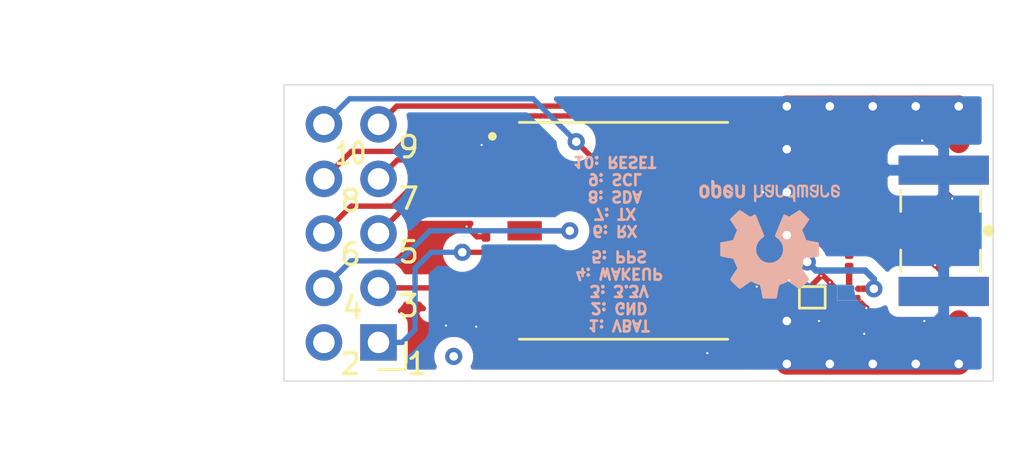
<source format=kicad_pcb>
(kicad_pcb (version 20171130) (host pcbnew "(5.1.5)-3")

  (general
    (thickness 1.6)
    (drawings 23)
    (tracks 171)
    (zones 0)
    (modules 16)
    (nets 20)
  )

  (page A4)
  (layers
    (0 F.Cu signal)
    (1 Ground_Plane power)
    (2 Power_Plane power)
    (31 B.Cu signal)
    (32 B.Adhes user)
    (33 F.Adhes user)
    (34 B.Paste user)
    (35 F.Paste user)
    (36 B.SilkS user)
    (37 F.SilkS user)
    (38 B.Mask user)
    (39 F.Mask user)
    (40 Dwgs.User user)
    (41 Cmts.User user)
    (42 Eco1.User user)
    (43 Eco2.User user)
    (44 Edge.Cuts user)
    (45 Margin user)
    (46 B.CrtYd user)
    (47 F.CrtYd user)
    (48 B.Fab user)
    (49 F.Fab user)
  )

  (setup
    (last_trace_width 0.18)
    (user_trace_width 0.18)
    (user_trace_width 0.3)
    (user_trace_width 1)
    (trace_clearance 0.12)
    (zone_clearance 0.508)
    (zone_45_only no)
    (trace_min 0.15)
    (via_size 0.8)
    (via_drill 0.4)
    (via_min_size 0.4)
    (via_min_drill 0.3)
    (blind_buried_vias_allowed yes)
    (uvia_size 0.3)
    (uvia_drill 0.1)
    (uvias_allowed yes)
    (uvia_min_size 0.2)
    (uvia_min_drill 0.1)
    (edge_width 0.05)
    (segment_width 0.2)
    (pcb_text_width 0.3)
    (pcb_text_size 1.5 1.5)
    (mod_edge_width 0.12)
    (mod_text_size 1 1)
    (mod_text_width 0.15)
    (pad_size 1.524 1.524)
    (pad_drill 0.762)
    (pad_to_mask_clearance 0.051)
    (solder_mask_min_width 0.25)
    (aux_axis_origin 0 0)
    (visible_elements 7FFFF7FF)
    (pcbplotparams
      (layerselection 0x010fc_ffffffff)
      (usegerberextensions false)
      (usegerberattributes false)
      (usegerberadvancedattributes false)
      (creategerberjobfile false)
      (excludeedgelayer true)
      (linewidth 0.100000)
      (plotframeref false)
      (viasonmask false)
      (mode 1)
      (useauxorigin false)
      (hpglpennumber 1)
      (hpglpenspeed 20)
      (hpglpendiameter 15.000000)
      (psnegative false)
      (psa4output false)
      (plotreference true)
      (plotvalue true)
      (plotinvisibletext false)
      (padsonsilk false)
      (subtractmaskfromsilk false)
      (outputformat 1)
      (mirror false)
      (drillshape 0)
      (scaleselection 1)
      (outputdirectory "GERBER/"))
  )

  (net 0 "")
  (net 1 "Net-(C1-Pad2)")
  (net 2 "Net-(C1-Pad1)")
  (net 3 GND)
  (net 4 VCC_RF)
  (net 5 "Net-(C3-Pad1)")
  (net 6 "Net-(C3-Pad2)")
  (net 7 V_BAT)
  (net 8 "Net-(C6-Pad2)")
  (net 9 +3V3)
  (net 10 WAKE_UP)
  (net 11 1PPS)
  (net 12 RX)
  (net 13 TX)
  (net 14 SDA)
  (net 15 SCL)
  (net 16 SYS_RSTN)
  (net 17 "Net-(L1-Pad2)")
  (net 18 ANT_OFF)
  (net 19 "Net-(U1-Pad3)")

  (net_class Default "This is the default net class."
    (clearance 0.12)
    (trace_width 0.25)
    (via_dia 0.8)
    (via_drill 0.4)
    (uvia_dia 0.3)
    (uvia_drill 0.1)
    (add_net +3V3)
    (add_net 1PPS)
    (add_net ANT_OFF)
    (add_net GND)
    (add_net "Net-(C1-Pad1)")
    (add_net "Net-(C1-Pad2)")
    (add_net "Net-(C3-Pad1)")
    (add_net "Net-(C3-Pad2)")
    (add_net "Net-(C6-Pad2)")
    (add_net "Net-(L1-Pad2)")
    (add_net "Net-(U1-Pad3)")
    (add_net RX)
    (add_net SCL)
    (add_net SDA)
    (add_net SYS_RSTN)
    (add_net TX)
    (add_net VCC_RF)
    (add_net V_BAT)
    (add_net WAKE_UP)
  )

  (module ASSETS:PinHeader_2x05_P2.54mm_Horizontal (layer F.Cu) (tedit 5EBA81E0) (tstamp 5EBAB9C9)
    (at 38 88 180)
    (descr "Through hole angled pin header, 2x05, 2.54mm pitch, 6mm pin length, double rows")
    (tags "Through hole angled pin header THT 2x05 2.54mm double row")
    (path /5EC045A2)
    (fp_text reference J2 (at 5.655 -2.27) (layer Dwgs.User)
      (effects (font (size 1 1) (thickness 0.15)))
    )
    (fp_text value Conn_02x05_Counter_Clockwise (at 5.655 12.43) (layer F.Fab)
      (effects (font (size 1 1) (thickness 0.15)))
    )
    (fp_line (start 4.4 11.95) (end 4.4 11.9) (layer F.CrtYd) (width 0.05))
    (fp_line (start -1.8 11.95) (end 4.4 11.95) (layer F.CrtYd) (width 0.05))
    (fp_line (start 4.4 -1.8) (end -1.8 -1.8) (layer F.CrtYd) (width 0.05))
    (fp_line (start 4.4 10.2) (end 4.4 -1.8) (layer F.CrtYd) (width 0.05))
    (fp_line (start 4.4 10.2) (end 4.4 11.9) (layer F.CrtYd) (width 0.05))
    (fp_line (start -1.8 -1.8) (end -1.8 11.95) (layer F.CrtYd) (width 0.05))
    (fp_line (start -1.27 -1.27) (end 0 -1.27) (layer F.SilkS) (width 0.12))
    (fp_line (start -1.27 0) (end -1.27 -1.27) (layer F.SilkS) (width 0.12))
    (fp_line (start -0.32 9.84) (end -0.32 10.48) (layer F.Fab) (width 0.1))
    (fp_line (start -0.32 7.3) (end -0.32 7.94) (layer F.Fab) (width 0.1))
    (fp_line (start -0.32 4.76) (end -0.32 5.4) (layer F.Fab) (width 0.1))
    (fp_line (start -0.32 2.22) (end -0.32 2.86) (layer F.Fab) (width 0.1))
    (fp_line (start -0.32 -0.32) (end -0.32 0.32) (layer F.Fab) (width 0.1))
    (fp_text user %R (at 5.31 5.08 90) (layer F.Fab)
      (effects (font (size 1 1) (thickness 0.15)))
    )
    (pad 10 thru_hole oval (at 2.54 10.16 180) (size 1.7 1.7) (drill 1) (layers *.Cu *.Mask)
      (net 16 SYS_RSTN))
    (pad 9 thru_hole oval (at 0 10.16 180) (size 1.7 1.7) (drill 1) (layers *.Cu *.Mask)
      (net 15 SCL))
    (pad 8 thru_hole oval (at 2.54 7.62 180) (size 1.7 1.7) (drill 1) (layers *.Cu *.Mask)
      (net 14 SDA))
    (pad 7 thru_hole oval (at 0 7.62 180) (size 1.7 1.7) (drill 1) (layers *.Cu *.Mask)
      (net 13 TX))
    (pad 6 thru_hole oval (at 2.54 5.08 180) (size 1.7 1.7) (drill 1) (layers *.Cu *.Mask)
      (net 12 RX))
    (pad 5 thru_hole oval (at 0 5.08 180) (size 1.7 1.7) (drill 1) (layers *.Cu *.Mask)
      (net 11 1PPS))
    (pad 4 thru_hole oval (at 2.54 2.54 180) (size 1.7 1.7) (drill 1) (layers *.Cu *.Mask)
      (net 10 WAKE_UP))
    (pad 3 thru_hole oval (at 0 2.54 180) (size 1.7 1.7) (drill 1) (layers *.Cu *.Mask)
      (net 9 +3V3))
    (pad 2 thru_hole oval (at 2.54 0 180) (size 1.7 1.7) (drill 1) (layers *.Cu *.Mask)
      (net 3 GND))
    (pad 1 thru_hole rect (at 0 0 180) (size 1.7 1.7) (drill 1) (layers *.Cu *.Mask)
      (net 7 V_BAT))
    (model ${KISYS3DMOD}/Connector_PinHeader_2.54mm.3dshapes/PinHeader_2x05_P2.54mm_Horizontal.wrl
      (at (xyz 0 0 0))
      (scale (xyz 1 1 1))
      (rotate (xyz 0 0 0))
    )
  )

  (module Symbol:OSHW-Logo2_7.3x6mm_SilkScreen (layer B.Cu) (tedit 0) (tstamp 5EBCFB7A)
    (at 56.2 83.2)
    (descr "Open Source Hardware Symbol")
    (tags "Logo Symbol OSHW")
    (attr virtual)
    (fp_text reference REF** (at 0 0) (layer B.SilkS) hide
      (effects (font (size 1 1) (thickness 0.15)) (justify mirror))
    )
    (fp_text value OSHW-Logo2_7.3x6mm_SilkScreen (at 0.75 0) (layer B.Fab) hide
      (effects (font (size 1 1) (thickness 0.15)) (justify mirror))
    )
    (fp_poly (pts (xy 0.10391 2.757652) (xy 0.182454 2.757222) (xy 0.239298 2.756058) (xy 0.278105 2.753793)
      (xy 0.302538 2.75006) (xy 0.316262 2.744494) (xy 0.32294 2.736727) (xy 0.326236 2.726395)
      (xy 0.326556 2.725057) (xy 0.331562 2.700921) (xy 0.340829 2.653299) (xy 0.353392 2.587259)
      (xy 0.368287 2.507872) (xy 0.384551 2.420204) (xy 0.385119 2.417125) (xy 0.40141 2.331211)
      (xy 0.416652 2.255304) (xy 0.429861 2.193955) (xy 0.440054 2.151718) (xy 0.446248 2.133145)
      (xy 0.446543 2.132816) (xy 0.464788 2.123747) (xy 0.502405 2.108633) (xy 0.551271 2.090738)
      (xy 0.551543 2.090642) (xy 0.613093 2.067507) (xy 0.685657 2.038035) (xy 0.754057 2.008403)
      (xy 0.757294 2.006938) (xy 0.868702 1.956374) (xy 1.115399 2.12484) (xy 1.191077 2.176197)
      (xy 1.259631 2.222111) (xy 1.317088 2.25997) (xy 1.359476 2.287163) (xy 1.382825 2.301079)
      (xy 1.385042 2.302111) (xy 1.40201 2.297516) (xy 1.433701 2.275345) (xy 1.481352 2.234553)
      (xy 1.546198 2.174095) (xy 1.612397 2.109773) (xy 1.676214 2.046388) (xy 1.733329 1.988549)
      (xy 1.780305 1.939825) (xy 1.813703 1.90379) (xy 1.830085 1.884016) (xy 1.830694 1.882998)
      (xy 1.832505 1.869428) (xy 1.825683 1.847267) (xy 1.80854 1.813522) (xy 1.779393 1.7652)
      (xy 1.736555 1.699308) (xy 1.679448 1.614483) (xy 1.628766 1.539823) (xy 1.583461 1.47286)
      (xy 1.54615 1.417484) (xy 1.519452 1.37758) (xy 1.505985 1.357038) (xy 1.505137 1.355644)
      (xy 1.506781 1.335962) (xy 1.519245 1.297707) (xy 1.540048 1.248111) (xy 1.547462 1.232272)
      (xy 1.579814 1.16171) (xy 1.614328 1.081647) (xy 1.642365 1.012371) (xy 1.662568 0.960955)
      (xy 1.678615 0.921881) (xy 1.687888 0.901459) (xy 1.689041 0.899886) (xy 1.706096 0.897279)
      (xy 1.746298 0.890137) (xy 1.804302 0.879477) (xy 1.874763 0.866315) (xy 1.952335 0.851667)
      (xy 2.031672 0.836551) (xy 2.107431 0.821982) (xy 2.174264 0.808978) (xy 2.226828 0.798555)
      (xy 2.259776 0.79173) (xy 2.267857 0.789801) (xy 2.276205 0.785038) (xy 2.282506 0.774282)
      (xy 2.287045 0.753902) (xy 2.290104 0.720266) (xy 2.291967 0.669745) (xy 2.292918 0.598708)
      (xy 2.29324 0.503524) (xy 2.293257 0.464508) (xy 2.293257 0.147201) (xy 2.217057 0.132161)
      (xy 2.174663 0.124005) (xy 2.1114 0.112101) (xy 2.034962 0.097884) (xy 1.953043 0.08279)
      (xy 1.9304 0.078645) (xy 1.854806 0.063947) (xy 1.788953 0.049495) (xy 1.738366 0.036625)
      (xy 1.708574 0.026678) (xy 1.703612 0.023713) (xy 1.691426 0.002717) (xy 1.673953 -0.037967)
      (xy 1.654577 -0.090322) (xy 1.650734 -0.1016) (xy 1.625339 -0.171523) (xy 1.593817 -0.250418)
      (xy 1.562969 -0.321266) (xy 1.562817 -0.321595) (xy 1.511447 -0.432733) (xy 1.680399 -0.681253)
      (xy 1.849352 -0.929772) (xy 1.632429 -1.147058) (xy 1.566819 -1.211726) (xy 1.506979 -1.268733)
      (xy 1.456267 -1.315033) (xy 1.418046 -1.347584) (xy 1.395675 -1.363343) (xy 1.392466 -1.364343)
      (xy 1.373626 -1.356469) (xy 1.33518 -1.334578) (xy 1.28133 -1.301267) (xy 1.216276 -1.259131)
      (xy 1.14594 -1.211943) (xy 1.074555 -1.16381) (xy 1.010908 -1.121928) (xy 0.959041 -1.088871)
      (xy 0.922995 -1.067218) (xy 0.906867 -1.059543) (xy 0.887189 -1.066037) (xy 0.849875 -1.08315)
      (xy 0.802621 -1.107326) (xy 0.797612 -1.110013) (xy 0.733977 -1.141927) (xy 0.690341 -1.157579)
      (xy 0.663202 -1.157745) (xy 0.649057 -1.143204) (xy 0.648975 -1.143) (xy 0.641905 -1.125779)
      (xy 0.625042 -1.084899) (xy 0.599695 -1.023525) (xy 0.567171 -0.944819) (xy 0.528778 -0.851947)
      (xy 0.485822 -0.748072) (xy 0.444222 -0.647502) (xy 0.398504 -0.536516) (xy 0.356526 -0.433703)
      (xy 0.319548 -0.342215) (xy 0.288827 -0.265201) (xy 0.265622 -0.205815) (xy 0.25119 -0.167209)
      (xy 0.246743 -0.1528) (xy 0.257896 -0.136272) (xy 0.287069 -0.10993) (xy 0.325971 -0.080887)
      (xy 0.436757 0.010961) (xy 0.523351 0.116241) (xy 0.584716 0.232734) (xy 0.619815 0.358224)
      (xy 0.627608 0.490493) (xy 0.621943 0.551543) (xy 0.591078 0.678205) (xy 0.53792 0.790059)
      (xy 0.465767 0.885999) (xy 0.377917 0.964924) (xy 0.277665 1.02573) (xy 0.16831 1.067313)
      (xy 0.053147 1.088572) (xy -0.064525 1.088401) (xy -0.18141 1.065699) (xy -0.294211 1.019362)
      (xy -0.399631 0.948287) (xy -0.443632 0.908089) (xy -0.528021 0.804871) (xy -0.586778 0.692075)
      (xy -0.620296 0.57299) (xy -0.628965 0.450905) (xy -0.613177 0.329107) (xy -0.573322 0.210884)
      (xy -0.509793 0.099525) (xy -0.422979 -0.001684) (xy -0.325971 -0.080887) (xy -0.285563 -0.111162)
      (xy -0.257018 -0.137219) (xy -0.246743 -0.152825) (xy -0.252123 -0.169843) (xy -0.267425 -0.2105)
      (xy -0.291388 -0.271642) (xy -0.322756 -0.350119) (xy -0.360268 -0.44278) (xy -0.402667 -0.546472)
      (xy -0.444337 -0.647526) (xy -0.49031 -0.758607) (xy -0.532893 -0.861541) (xy -0.570779 -0.953165)
      (xy -0.60266 -1.030316) (xy -0.627229 -1.089831) (xy -0.64318 -1.128544) (xy -0.64909 -1.143)
      (xy -0.663052 -1.157685) (xy -0.69006 -1.157642) (xy -0.733587 -1.142099) (xy -0.79711 -1.110284)
      (xy -0.797612 -1.110013) (xy -0.84544 -1.085323) (xy -0.884103 -1.067338) (xy -0.905905 -1.059614)
      (xy -0.906867 -1.059543) (xy -0.923279 -1.067378) (xy -0.959513 -1.089165) (xy -1.011526 -1.122328)
      (xy -1.075275 -1.164291) (xy -1.14594 -1.211943) (xy -1.217884 -1.260191) (xy -1.282726 -1.302151)
      (xy -1.336265 -1.335227) (xy -1.374303 -1.356821) (xy -1.392467 -1.364343) (xy -1.409192 -1.354457)
      (xy -1.44282 -1.326826) (xy -1.48999 -1.284495) (xy -1.547342 -1.230505) (xy -1.611516 -1.167899)
      (xy -1.632503 -1.146983) (xy -1.849501 -0.929623) (xy -1.684332 -0.68722) (xy -1.634136 -0.612781)
      (xy -1.590081 -0.545972) (xy -1.554638 -0.490665) (xy -1.530281 -0.450729) (xy -1.519478 -0.430036)
      (xy -1.519162 -0.428563) (xy -1.524857 -0.409058) (xy -1.540174 -0.369822) (xy -1.562463 -0.31743)
      (xy -1.578107 -0.282355) (xy -1.607359 -0.215201) (xy -1.634906 -0.147358) (xy -1.656263 -0.090034)
      (xy -1.662065 -0.072572) (xy -1.678548 -0.025938) (xy -1.69466 0.010095) (xy -1.70351 0.023713)
      (xy -1.72304 0.032048) (xy -1.765666 0.043863) (xy -1.825855 0.057819) (xy -1.898078 0.072578)
      (xy -1.9304 0.078645) (xy -2.012478 0.093727) (xy -2.091205 0.108331) (xy -2.158891 0.12102)
      (xy -2.20784 0.130358) (xy -2.217057 0.132161) (xy -2.293257 0.147201) (xy -2.293257 0.464508)
      (xy -2.293086 0.568846) (xy -2.292384 0.647787) (xy -2.290866 0.704962) (xy -2.288251 0.744001)
      (xy -2.284254 0.768535) (xy -2.278591 0.782195) (xy -2.27098 0.788611) (xy -2.267857 0.789801)
      (xy -2.249022 0.79402) (xy -2.207412 0.802438) (xy -2.14837 0.814039) (xy -2.077243 0.827805)
      (xy -1.999375 0.84272) (xy -1.920113 0.857768) (xy -1.844802 0.871931) (xy -1.778787 0.884194)
      (xy -1.727413 0.893539) (xy -1.696025 0.89895) (xy -1.689041 0.899886) (xy -1.682715 0.912404)
      (xy -1.66871 0.945754) (xy -1.649645 0.993623) (xy -1.642366 1.012371) (xy -1.613004 1.084805)
      (xy -1.578429 1.16483) (xy -1.547463 1.232272) (xy -1.524677 1.283841) (xy -1.509518 1.326215)
      (xy -1.504458 1.352166) (xy -1.505264 1.355644) (xy -1.515959 1.372064) (xy -1.54038 1.408583)
      (xy -1.575905 1.461313) (xy -1.619913 1.526365) (xy -1.669783 1.599849) (xy -1.679644 1.614355)
      (xy -1.737508 1.700296) (xy -1.780044 1.765739) (xy -1.808946 1.813696) (xy -1.82591 1.84718)
      (xy -1.832633 1.869205) (xy -1.83081 1.882783) (xy -1.830764 1.882869) (xy -1.816414 1.900703)
      (xy -1.784677 1.935183) (xy -1.73899 1.982732) (xy -1.682796 2.039778) (xy -1.619532 2.102745)
      (xy -1.612398 2.109773) (xy -1.53267 2.18698) (xy -1.471143 2.24367) (xy -1.426579 2.28089)
      (xy -1.397743 2.299685) (xy -1.385042 2.302111) (xy -1.366506 2.291529) (xy -1.328039 2.267084)
      (xy -1.273614 2.231388) (xy -1.207202 2.187053) (xy -1.132775 2.136689) (xy -1.115399 2.12484)
      (xy -0.868703 1.956374) (xy -0.757294 2.006938) (xy -0.689543 2.036405) (xy -0.616817 2.066041)
      (xy -0.554297 2.08967) (xy -0.551543 2.090642) (xy -0.50264 2.108543) (xy -0.464943 2.12368)
      (xy -0.446575 2.13279) (xy -0.446544 2.132816) (xy -0.440715 2.149283) (xy -0.430808 2.189781)
      (xy -0.417805 2.249758) (xy -0.402691 2.32466) (xy -0.386448 2.409936) (xy -0.385119 2.417125)
      (xy -0.368825 2.504986) (xy -0.353867 2.58474) (xy -0.341209 2.651319) (xy -0.331814 2.699653)
      (xy -0.326646 2.724675) (xy -0.326556 2.725057) (xy -0.323411 2.735701) (xy -0.317296 2.743738)
      (xy -0.304547 2.749533) (xy -0.2815 2.753453) (xy -0.244491 2.755865) (xy -0.189856 2.757135)
      (xy -0.113933 2.757629) (xy -0.013056 2.757714) (xy 0 2.757714) (xy 0.10391 2.757652)) (layer B.SilkS) (width 0.01))
    (fp_poly (pts (xy 3.153595 -1.966966) (xy 3.211021 -2.004497) (xy 3.238719 -2.038096) (xy 3.260662 -2.099064)
      (xy 3.262405 -2.147308) (xy 3.258457 -2.211816) (xy 3.109686 -2.276934) (xy 3.037349 -2.310202)
      (xy 2.990084 -2.336964) (xy 2.965507 -2.360144) (xy 2.961237 -2.382667) (xy 2.974889 -2.407455)
      (xy 2.989943 -2.423886) (xy 3.033746 -2.450235) (xy 3.081389 -2.452081) (xy 3.125145 -2.431546)
      (xy 3.157289 -2.390752) (xy 3.163038 -2.376347) (xy 3.190576 -2.331356) (xy 3.222258 -2.312182)
      (xy 3.265714 -2.295779) (xy 3.265714 -2.357966) (xy 3.261872 -2.400283) (xy 3.246823 -2.435969)
      (xy 3.21528 -2.476943) (xy 3.210592 -2.482267) (xy 3.175506 -2.51872) (xy 3.145347 -2.538283)
      (xy 3.107615 -2.547283) (xy 3.076335 -2.55023) (xy 3.020385 -2.550965) (xy 2.980555 -2.54166)
      (xy 2.955708 -2.527846) (xy 2.916656 -2.497467) (xy 2.889625 -2.464613) (xy 2.872517 -2.423294)
      (xy 2.863238 -2.367521) (xy 2.859693 -2.291305) (xy 2.85941 -2.252622) (xy 2.860372 -2.206247)
      (xy 2.948007 -2.206247) (xy 2.949023 -2.231126) (xy 2.951556 -2.2352) (xy 2.968274 -2.229665)
      (xy 3.004249 -2.215017) (xy 3.052331 -2.19419) (xy 3.062386 -2.189714) (xy 3.123152 -2.158814)
      (xy 3.156632 -2.131657) (xy 3.16399 -2.10622) (xy 3.146391 -2.080481) (xy 3.131856 -2.069109)
      (xy 3.07941 -2.046364) (xy 3.030322 -2.050122) (xy 2.989227 -2.077884) (xy 2.960758 -2.127152)
      (xy 2.951631 -2.166257) (xy 2.948007 -2.206247) (xy 2.860372 -2.206247) (xy 2.861285 -2.162249)
      (xy 2.868196 -2.095384) (xy 2.881884 -2.046695) (xy 2.904096 -2.010849) (xy 2.936574 -1.982513)
      (xy 2.950733 -1.973355) (xy 3.015053 -1.949507) (xy 3.085473 -1.948006) (xy 3.153595 -1.966966)) (layer B.SilkS) (width 0.01))
    (fp_poly (pts (xy 2.6526 -1.958752) (xy 2.669948 -1.966334) (xy 2.711356 -1.999128) (xy 2.746765 -2.046547)
      (xy 2.768664 -2.097151) (xy 2.772229 -2.122098) (xy 2.760279 -2.156927) (xy 2.734067 -2.175357)
      (xy 2.705964 -2.186516) (xy 2.693095 -2.188572) (xy 2.686829 -2.173649) (xy 2.674456 -2.141175)
      (xy 2.669028 -2.126502) (xy 2.63859 -2.075744) (xy 2.59452 -2.050427) (xy 2.53801 -2.051206)
      (xy 2.533825 -2.052203) (xy 2.503655 -2.066507) (xy 2.481476 -2.094393) (xy 2.466327 -2.139287)
      (xy 2.45725 -2.204615) (xy 2.453286 -2.293804) (xy 2.452914 -2.341261) (xy 2.45273 -2.416071)
      (xy 2.451522 -2.467069) (xy 2.448309 -2.499471) (xy 2.442109 -2.518495) (xy 2.43194 -2.529356)
      (xy 2.416819 -2.537272) (xy 2.415946 -2.53767) (xy 2.386828 -2.549981) (xy 2.372403 -2.554514)
      (xy 2.370186 -2.540809) (xy 2.368289 -2.502925) (xy 2.366847 -2.445715) (xy 2.365998 -2.374027)
      (xy 2.365829 -2.321565) (xy 2.366692 -2.220047) (xy 2.37007 -2.143032) (xy 2.377142 -2.086023)
      (xy 2.389088 -2.044526) (xy 2.40709 -2.014043) (xy 2.432327 -1.99008) (xy 2.457247 -1.973355)
      (xy 2.517171 -1.951097) (xy 2.586911 -1.946076) (xy 2.6526 -1.958752)) (layer B.SilkS) (width 0.01))
    (fp_poly (pts (xy 2.144876 -1.956335) (xy 2.186667 -1.975344) (xy 2.219469 -1.998378) (xy 2.243503 -2.024133)
      (xy 2.260097 -2.057358) (xy 2.270577 -2.1028) (xy 2.276271 -2.165207) (xy 2.278507 -2.249327)
      (xy 2.278743 -2.304721) (xy 2.278743 -2.520826) (xy 2.241774 -2.53767) (xy 2.212656 -2.549981)
      (xy 2.198231 -2.554514) (xy 2.195472 -2.541025) (xy 2.193282 -2.504653) (xy 2.191942 -2.451542)
      (xy 2.191657 -2.409372) (xy 2.190434 -2.348447) (xy 2.187136 -2.300115) (xy 2.182321 -2.270518)
      (xy 2.178496 -2.264229) (xy 2.152783 -2.270652) (xy 2.112418 -2.287125) (xy 2.065679 -2.309458)
      (xy 2.020845 -2.333457) (xy 1.986193 -2.35493) (xy 1.970002 -2.369685) (xy 1.969938 -2.369845)
      (xy 1.97133 -2.397152) (xy 1.983818 -2.423219) (xy 2.005743 -2.444392) (xy 2.037743 -2.451474)
      (xy 2.065092 -2.450649) (xy 2.103826 -2.450042) (xy 2.124158 -2.459116) (xy 2.136369 -2.483092)
      (xy 2.137909 -2.487613) (xy 2.143203 -2.521806) (xy 2.129047 -2.542568) (xy 2.092148 -2.552462)
      (xy 2.052289 -2.554292) (xy 1.980562 -2.540727) (xy 1.943432 -2.521355) (xy 1.897576 -2.475845)
      (xy 1.873256 -2.419983) (xy 1.871073 -2.360957) (xy 1.891629 -2.305953) (xy 1.922549 -2.271486)
      (xy 1.95342 -2.252189) (xy 2.001942 -2.227759) (xy 2.058485 -2.202985) (xy 2.06791 -2.199199)
      (xy 2.130019 -2.171791) (xy 2.165822 -2.147634) (xy 2.177337 -2.123619) (xy 2.16658 -2.096635)
      (xy 2.148114 -2.075543) (xy 2.104469 -2.049572) (xy 2.056446 -2.047624) (xy 2.012406 -2.067637)
      (xy 1.980709 -2.107551) (xy 1.976549 -2.117848) (xy 1.952327 -2.155724) (xy 1.916965 -2.183842)
      (xy 1.872343 -2.206917) (xy 1.872343 -2.141485) (xy 1.874969 -2.101506) (xy 1.88623 -2.069997)
      (xy 1.911199 -2.036378) (xy 1.935169 -2.010484) (xy 1.972441 -1.973817) (xy 2.001401 -1.954121)
      (xy 2.032505 -1.94622) (xy 2.067713 -1.944914) (xy 2.144876 -1.956335)) (layer B.SilkS) (width 0.01))
    (fp_poly (pts (xy 1.779833 -1.958663) (xy 1.782048 -1.99685) (xy 1.783784 -2.054886) (xy 1.784899 -2.12818)
      (xy 1.785257 -2.205055) (xy 1.785257 -2.465196) (xy 1.739326 -2.511127) (xy 1.707675 -2.539429)
      (xy 1.67989 -2.550893) (xy 1.641915 -2.550168) (xy 1.62684 -2.548321) (xy 1.579726 -2.542948)
      (xy 1.540756 -2.539869) (xy 1.531257 -2.539585) (xy 1.499233 -2.541445) (xy 1.453432 -2.546114)
      (xy 1.435674 -2.548321) (xy 1.392057 -2.551735) (xy 1.362745 -2.54432) (xy 1.33368 -2.521427)
      (xy 1.323188 -2.511127) (xy 1.277257 -2.465196) (xy 1.277257 -1.978602) (xy 1.314226 -1.961758)
      (xy 1.346059 -1.949282) (xy 1.364683 -1.944914) (xy 1.369458 -1.958718) (xy 1.373921 -1.997286)
      (xy 1.377775 -2.056356) (xy 1.380722 -2.131663) (xy 1.382143 -2.195286) (xy 1.386114 -2.445657)
      (xy 1.420759 -2.450556) (xy 1.452268 -2.447131) (xy 1.467708 -2.436041) (xy 1.472023 -2.415308)
      (xy 1.475708 -2.371145) (xy 1.478469 -2.309146) (xy 1.480012 -2.234909) (xy 1.480235 -2.196706)
      (xy 1.480457 -1.976783) (xy 1.526166 -1.960849) (xy 1.558518 -1.950015) (xy 1.576115 -1.944962)
      (xy 1.576623 -1.944914) (xy 1.578388 -1.958648) (xy 1.580329 -1.99673) (xy 1.582282 -2.054482)
      (xy 1.584084 -2.127227) (xy 1.585343 -2.195286) (xy 1.589314 -2.445657) (xy 1.6764 -2.445657)
      (xy 1.680396 -2.21724) (xy 1.684392 -1.988822) (xy 1.726847 -1.966868) (xy 1.758192 -1.951793)
      (xy 1.776744 -1.944951) (xy 1.777279 -1.944914) (xy 1.779833 -1.958663)) (layer B.SilkS) (width 0.01))
    (fp_poly (pts (xy 1.190117 -2.065358) (xy 1.189933 -2.173837) (xy 1.189219 -2.257287) (xy 1.187675 -2.319704)
      (xy 1.185001 -2.365085) (xy 1.180894 -2.397429) (xy 1.175055 -2.420733) (xy 1.167182 -2.438995)
      (xy 1.161221 -2.449418) (xy 1.111855 -2.505945) (xy 1.049264 -2.541377) (xy 0.980013 -2.55409)
      (xy 0.910668 -2.542463) (xy 0.869375 -2.521568) (xy 0.826025 -2.485422) (xy 0.796481 -2.441276)
      (xy 0.778655 -2.383462) (xy 0.770463 -2.306313) (xy 0.769302 -2.249714) (xy 0.769458 -2.245647)
      (xy 0.870857 -2.245647) (xy 0.871476 -2.31055) (xy 0.874314 -2.353514) (xy 0.88084 -2.381622)
      (xy 0.892523 -2.401953) (xy 0.906483 -2.417288) (xy 0.953365 -2.44689) (xy 1.003701 -2.449419)
      (xy 1.051276 -2.424705) (xy 1.054979 -2.421356) (xy 1.070783 -2.403935) (xy 1.080693 -2.383209)
      (xy 1.086058 -2.352362) (xy 1.088228 -2.304577) (xy 1.088571 -2.251748) (xy 1.087827 -2.185381)
      (xy 1.084748 -2.141106) (xy 1.078061 -2.112009) (xy 1.066496 -2.091173) (xy 1.057013 -2.080107)
      (xy 1.01296 -2.052198) (xy 0.962224 -2.048843) (xy 0.913796 -2.070159) (xy 0.90445 -2.078073)
      (xy 0.88854 -2.095647) (xy 0.87861 -2.116587) (xy 0.873278 -2.147782) (xy 0.871163 -2.196122)
      (xy 0.870857 -2.245647) (xy 0.769458 -2.245647) (xy 0.77281 -2.158568) (xy 0.784726 -2.090086)
      (xy 0.807135 -2.0386) (xy 0.842124 -1.998443) (xy 0.869375 -1.977861) (xy 0.918907 -1.955625)
      (xy 0.976316 -1.945304) (xy 1.029682 -1.948067) (xy 1.059543 -1.959212) (xy 1.071261 -1.962383)
      (xy 1.079037 -1.950557) (xy 1.084465 -1.918866) (xy 1.088571 -1.870593) (xy 1.093067 -1.816829)
      (xy 1.099313 -1.784482) (xy 1.110676 -1.765985) (xy 1.130528 -1.75377) (xy 1.143 -1.748362)
      (xy 1.190171 -1.728601) (xy 1.190117 -2.065358)) (layer B.SilkS) (width 0.01))
    (fp_poly (pts (xy 0.529926 -1.949755) (xy 0.595858 -1.974084) (xy 0.649273 -2.017117) (xy 0.670164 -2.047409)
      (xy 0.692939 -2.102994) (xy 0.692466 -2.143186) (xy 0.668562 -2.170217) (xy 0.659717 -2.174813)
      (xy 0.62153 -2.189144) (xy 0.602028 -2.185472) (xy 0.595422 -2.161407) (xy 0.595086 -2.148114)
      (xy 0.582992 -2.09921) (xy 0.551471 -2.064999) (xy 0.507659 -2.048476) (xy 0.458695 -2.052634)
      (xy 0.418894 -2.074227) (xy 0.40545 -2.086544) (xy 0.395921 -2.101487) (xy 0.389485 -2.124075)
      (xy 0.385317 -2.159328) (xy 0.382597 -2.212266) (xy 0.380502 -2.287907) (xy 0.37996 -2.311857)
      (xy 0.377981 -2.39379) (xy 0.375731 -2.451455) (xy 0.372357 -2.489608) (xy 0.367006 -2.513004)
      (xy 0.358824 -2.526398) (xy 0.346959 -2.534545) (xy 0.339362 -2.538144) (xy 0.307102 -2.550452)
      (xy 0.288111 -2.554514) (xy 0.281836 -2.540948) (xy 0.278006 -2.499934) (xy 0.2766 -2.430999)
      (xy 0.277598 -2.333669) (xy 0.277908 -2.318657) (xy 0.280101 -2.229859) (xy 0.282693 -2.165019)
      (xy 0.286382 -2.119067) (xy 0.291864 -2.086935) (xy 0.299835 -2.063553) (xy 0.310993 -2.043852)
      (xy 0.31683 -2.03541) (xy 0.350296 -1.998057) (xy 0.387727 -1.969003) (xy 0.392309 -1.966467)
      (xy 0.459426 -1.946443) (xy 0.529926 -1.949755)) (layer B.SilkS) (width 0.01))
    (fp_poly (pts (xy 0.039744 -1.950968) (xy 0.096616 -1.972087) (xy 0.097267 -1.972493) (xy 0.13244 -1.99838)
      (xy 0.158407 -2.028633) (xy 0.17667 -2.068058) (xy 0.188732 -2.121462) (xy 0.196096 -2.193651)
      (xy 0.200264 -2.289432) (xy 0.200629 -2.303078) (xy 0.205876 -2.508842) (xy 0.161716 -2.531678)
      (xy 0.129763 -2.54711) (xy 0.11047 -2.554423) (xy 0.109578 -2.554514) (xy 0.106239 -2.541022)
      (xy 0.103587 -2.504626) (xy 0.101956 -2.451452) (xy 0.1016 -2.408393) (xy 0.101592 -2.338641)
      (xy 0.098403 -2.294837) (xy 0.087288 -2.273944) (xy 0.063501 -2.272925) (xy 0.022296 -2.288741)
      (xy -0.039914 -2.317815) (xy -0.085659 -2.341963) (xy -0.109187 -2.362913) (xy -0.116104 -2.385747)
      (xy -0.116114 -2.386877) (xy -0.104701 -2.426212) (xy -0.070908 -2.447462) (xy -0.019191 -2.450539)
      (xy 0.018061 -2.450006) (xy 0.037703 -2.460735) (xy 0.049952 -2.486505) (xy 0.057002 -2.519337)
      (xy 0.046842 -2.537966) (xy 0.043017 -2.540632) (xy 0.007001 -2.55134) (xy -0.043434 -2.552856)
      (xy -0.095374 -2.545759) (xy -0.132178 -2.532788) (xy -0.183062 -2.489585) (xy -0.211986 -2.429446)
      (xy -0.217714 -2.382462) (xy -0.213343 -2.340082) (xy -0.197525 -2.305488) (xy -0.166203 -2.274763)
      (xy -0.115322 -2.24399) (xy -0.040824 -2.209252) (xy -0.036286 -2.207288) (xy 0.030821 -2.176287)
      (xy 0.072232 -2.150862) (xy 0.089981 -2.128014) (xy 0.086107 -2.104745) (xy 0.062643 -2.078056)
      (xy 0.055627 -2.071914) (xy 0.00863 -2.0481) (xy -0.040067 -2.049103) (xy -0.082478 -2.072451)
      (xy -0.110616 -2.115675) (xy -0.113231 -2.12416) (xy -0.138692 -2.165308) (xy -0.170999 -2.185128)
      (xy -0.217714 -2.20477) (xy -0.217714 -2.15395) (xy -0.203504 -2.080082) (xy -0.161325 -2.012327)
      (xy -0.139376 -1.989661) (xy -0.089483 -1.960569) (xy -0.026033 -1.9474) (xy 0.039744 -1.950968)) (layer B.SilkS) (width 0.01))
    (fp_poly (pts (xy -0.624114 -1.851289) (xy -0.619861 -1.910613) (xy -0.614975 -1.945572) (xy -0.608205 -1.96082)
      (xy -0.598298 -1.961015) (xy -0.595086 -1.959195) (xy -0.552356 -1.946015) (xy -0.496773 -1.946785)
      (xy -0.440263 -1.960333) (xy -0.404918 -1.977861) (xy -0.368679 -2.005861) (xy -0.342187 -2.037549)
      (xy -0.324001 -2.077813) (xy -0.312678 -2.131543) (xy -0.306778 -2.203626) (xy -0.304857 -2.298951)
      (xy -0.304823 -2.317237) (xy -0.3048 -2.522646) (xy -0.350509 -2.53858) (xy -0.382973 -2.54942)
      (xy -0.400785 -2.554468) (xy -0.401309 -2.554514) (xy -0.403063 -2.540828) (xy -0.404556 -2.503076)
      (xy -0.405674 -2.446224) (xy -0.406303 -2.375234) (xy -0.4064 -2.332073) (xy -0.406602 -2.246973)
      (xy -0.407642 -2.185981) (xy -0.410169 -2.144177) (xy -0.414836 -2.116642) (xy -0.422293 -2.098456)
      (xy -0.433189 -2.084698) (xy -0.439993 -2.078073) (xy -0.486728 -2.051375) (xy -0.537728 -2.049375)
      (xy -0.583999 -2.071955) (xy -0.592556 -2.080107) (xy -0.605107 -2.095436) (xy -0.613812 -2.113618)
      (xy -0.619369 -2.139909) (xy -0.622474 -2.179562) (xy -0.623824 -2.237832) (xy -0.624114 -2.318173)
      (xy -0.624114 -2.522646) (xy -0.669823 -2.53858) (xy -0.702287 -2.54942) (xy -0.720099 -2.554468)
      (xy -0.720623 -2.554514) (xy -0.721963 -2.540623) (xy -0.723172 -2.501439) (xy -0.724199 -2.4407)
      (xy -0.724998 -2.362141) (xy -0.725519 -2.269498) (xy -0.725714 -2.166509) (xy -0.725714 -1.769342)
      (xy -0.678543 -1.749444) (xy -0.631371 -1.729547) (xy -0.624114 -1.851289)) (layer B.SilkS) (width 0.01))
    (fp_poly (pts (xy -1.831697 -1.931239) (xy -1.774473 -1.969735) (xy -1.730251 -2.025335) (xy -1.703833 -2.096086)
      (xy -1.69849 -2.148162) (xy -1.699097 -2.169893) (xy -1.704178 -2.186531) (xy -1.718145 -2.201437)
      (xy -1.745411 -2.217973) (xy -1.790388 -2.239498) (xy -1.857489 -2.269374) (xy -1.857829 -2.269524)
      (xy -1.919593 -2.297813) (xy -1.970241 -2.322933) (xy -2.004596 -2.342179) (xy -2.017482 -2.352848)
      (xy -2.017486 -2.352934) (xy -2.006128 -2.376166) (xy -1.979569 -2.401774) (xy -1.949077 -2.420221)
      (xy -1.93363 -2.423886) (xy -1.891485 -2.411212) (xy -1.855192 -2.379471) (xy -1.837483 -2.344572)
      (xy -1.820448 -2.318845) (xy -1.787078 -2.289546) (xy -1.747851 -2.264235) (xy -1.713244 -2.250471)
      (xy -1.706007 -2.249714) (xy -1.697861 -2.26216) (xy -1.69737 -2.293972) (xy -1.703357 -2.336866)
      (xy -1.714643 -2.382558) (xy -1.73005 -2.422761) (xy -1.730829 -2.424322) (xy -1.777196 -2.489062)
      (xy -1.837289 -2.533097) (xy -1.905535 -2.554711) (xy -1.976362 -2.552185) (xy -2.044196 -2.523804)
      (xy -2.047212 -2.521808) (xy -2.100573 -2.473448) (xy -2.13566 -2.410352) (xy -2.155078 -2.327387)
      (xy -2.157684 -2.304078) (xy -2.162299 -2.194055) (xy -2.156767 -2.142748) (xy -2.017486 -2.142748)
      (xy -2.015676 -2.174753) (xy -2.005778 -2.184093) (xy -1.981102 -2.177105) (xy -1.942205 -2.160587)
      (xy -1.898725 -2.139881) (xy -1.897644 -2.139333) (xy -1.860791 -2.119949) (xy -1.846 -2.107013)
      (xy -1.849647 -2.093451) (xy -1.865005 -2.075632) (xy -1.904077 -2.049845) (xy -1.946154 -2.04795)
      (xy -1.983897 -2.066717) (xy -2.009966 -2.102915) (xy -2.017486 -2.142748) (xy -2.156767 -2.142748)
      (xy -2.152806 -2.106027) (xy -2.12845 -2.036212) (xy -2.094544 -1.987302) (xy -2.033347 -1.937878)
      (xy -1.965937 -1.913359) (xy -1.89712 -1.911797) (xy -1.831697 -1.931239)) (layer B.SilkS) (width 0.01))
    (fp_poly (pts (xy -2.958885 -1.921962) (xy -2.890855 -1.957733) (xy -2.840649 -2.015301) (xy -2.822815 -2.052312)
      (xy -2.808937 -2.107882) (xy -2.801833 -2.178096) (xy -2.80116 -2.254727) (xy -2.806573 -2.329552)
      (xy -2.81773 -2.394342) (xy -2.834286 -2.440873) (xy -2.839374 -2.448887) (xy -2.899645 -2.508707)
      (xy -2.971231 -2.544535) (xy -3.048908 -2.55502) (xy -3.127452 -2.53881) (xy -3.149311 -2.529092)
      (xy -3.191878 -2.499143) (xy -3.229237 -2.459433) (xy -3.232768 -2.454397) (xy -3.247119 -2.430124)
      (xy -3.256606 -2.404178) (xy -3.26221 -2.370022) (xy -3.264914 -2.321119) (xy -3.265701 -2.250935)
      (xy -3.265714 -2.2352) (xy -3.265678 -2.230192) (xy -3.120571 -2.230192) (xy -3.119727 -2.29643)
      (xy -3.116404 -2.340386) (xy -3.109417 -2.368779) (xy -3.097584 -2.388325) (xy -3.091543 -2.394857)
      (xy -3.056814 -2.41968) (xy -3.023097 -2.418548) (xy -2.989005 -2.397016) (xy -2.968671 -2.374029)
      (xy -2.956629 -2.340478) (xy -2.949866 -2.287569) (xy -2.949402 -2.281399) (xy -2.948248 -2.185513)
      (xy -2.960312 -2.114299) (xy -2.98543 -2.068194) (xy -3.02344 -2.047635) (xy -3.037008 -2.046514)
      (xy -3.072636 -2.052152) (xy -3.097006 -2.071686) (xy -3.111907 -2.109042) (xy -3.119125 -2.16815)
      (xy -3.120571 -2.230192) (xy -3.265678 -2.230192) (xy -3.265174 -2.160413) (xy -3.262904 -2.108159)
      (xy -3.257932 -2.071949) (xy -3.249287 -2.045299) (xy -3.235995 -2.021722) (xy -3.233057 -2.017338)
      (xy -3.183687 -1.958249) (xy -3.129891 -1.923947) (xy -3.064398 -1.910331) (xy -3.042158 -1.909665)
      (xy -2.958885 -1.921962)) (layer B.SilkS) (width 0.01))
    (fp_poly (pts (xy -1.283907 -1.92778) (xy -1.237328 -1.954723) (xy -1.204943 -1.981466) (xy -1.181258 -2.009484)
      (xy -1.164941 -2.043748) (xy -1.154661 -2.089227) (xy -1.149086 -2.150892) (xy -1.146884 -2.233711)
      (xy -1.146629 -2.293246) (xy -1.146629 -2.512391) (xy -1.208314 -2.540044) (xy -1.27 -2.567697)
      (xy -1.277257 -2.32767) (xy -1.280256 -2.238028) (xy -1.283402 -2.172962) (xy -1.287299 -2.128026)
      (xy -1.292553 -2.09877) (xy -1.299769 -2.080748) (xy -1.30955 -2.069511) (xy -1.312688 -2.067079)
      (xy -1.360239 -2.048083) (xy -1.408303 -2.0556) (xy -1.436914 -2.075543) (xy -1.448553 -2.089675)
      (xy -1.456609 -2.10822) (xy -1.461729 -2.136334) (xy -1.464559 -2.179173) (xy -1.465744 -2.241895)
      (xy -1.465943 -2.307261) (xy -1.465982 -2.389268) (xy -1.467386 -2.447316) (xy -1.472086 -2.486465)
      (xy -1.482013 -2.51178) (xy -1.499097 -2.528323) (xy -1.525268 -2.541156) (xy -1.560225 -2.554491)
      (xy -1.598404 -2.569007) (xy -1.593859 -2.311389) (xy -1.592029 -2.218519) (xy -1.589888 -2.149889)
      (xy -1.586819 -2.100711) (xy -1.582206 -2.066198) (xy -1.575432 -2.041562) (xy -1.565881 -2.022016)
      (xy -1.554366 -2.00477) (xy -1.49881 -1.94968) (xy -1.43102 -1.917822) (xy -1.357287 -1.910191)
      (xy -1.283907 -1.92778)) (layer B.SilkS) (width 0.01))
    (fp_poly (pts (xy -2.400256 -1.919918) (xy -2.344799 -1.947568) (xy -2.295852 -1.99848) (xy -2.282371 -2.017338)
      (xy -2.267686 -2.042015) (xy -2.258158 -2.068816) (xy -2.252707 -2.104587) (xy -2.250253 -2.156169)
      (xy -2.249714 -2.224267) (xy -2.252148 -2.317588) (xy -2.260606 -2.387657) (xy -2.276826 -2.439931)
      (xy -2.302546 -2.479869) (xy -2.339503 -2.512929) (xy -2.342218 -2.514886) (xy -2.37864 -2.534908)
      (xy -2.422498 -2.544815) (xy -2.478276 -2.547257) (xy -2.568952 -2.547257) (xy -2.56899 -2.635283)
      (xy -2.569834 -2.684308) (xy -2.574976 -2.713065) (xy -2.588413 -2.730311) (xy -2.614142 -2.744808)
      (xy -2.620321 -2.747769) (xy -2.649236 -2.761648) (xy -2.671624 -2.770414) (xy -2.688271 -2.771171)
      (xy -2.699964 -2.761023) (xy -2.70749 -2.737073) (xy -2.711634 -2.696426) (xy -2.713185 -2.636186)
      (xy -2.712929 -2.553455) (xy -2.711651 -2.445339) (xy -2.711252 -2.413) (xy -2.709815 -2.301524)
      (xy -2.708528 -2.228603) (xy -2.569029 -2.228603) (xy -2.568245 -2.290499) (xy -2.56476 -2.330997)
      (xy -2.556876 -2.357708) (xy -2.542895 -2.378244) (xy -2.533403 -2.38826) (xy -2.494596 -2.417567)
      (xy -2.460237 -2.419952) (xy -2.424784 -2.39575) (xy -2.423886 -2.394857) (xy -2.409461 -2.376153)
      (xy -2.400687 -2.350732) (xy -2.396261 -2.311584) (xy -2.394882 -2.251697) (xy -2.394857 -2.23843)
      (xy -2.398188 -2.155901) (xy -2.409031 -2.098691) (xy -2.42866 -2.063766) (xy -2.45835 -2.048094)
      (xy -2.475509 -2.046514) (xy -2.516234 -2.053926) (xy -2.544168 -2.07833) (xy -2.560983 -2.12298)
      (xy -2.56835 -2.19113) (xy -2.569029 -2.228603) (xy -2.708528 -2.228603) (xy -2.708292 -2.215245)
      (xy -2.706323 -2.150333) (xy -2.70355 -2.102958) (xy -2.699612 -2.06929) (xy -2.694151 -2.045498)
      (xy -2.686808 -2.027753) (xy -2.677223 -2.012224) (xy -2.673113 -2.006381) (xy -2.618595 -1.951185)
      (xy -2.549664 -1.91989) (xy -2.469928 -1.911165) (xy -2.400256 -1.919918)) (layer B.SilkS) (width 0.01))
  )

  (module ASSETS:TSLP_6_2 (layer F.Cu) (tedit 5EBA729E) (tstamp 5EBABA1C)
    (at 60.4 85.6 90)
    (path /5EBBA031)
    (fp_text reference U1 (at 1.407 -1.3564 90) (layer Dwgs.User)
      (effects (font (size 0.64 0.64) (thickness 0.015)))
    )
    (fp_text value BGA725L6E6327FTSA1 (at 8.2908 1.3436 90) (layer F.Fab)
      (effects (font (size 0.64 0.64) (thickness 0.015)))
    )
    (fp_circle (center -0.45 0.05) (end -0.425 0.05) (layer F.SilkS) (width 0.01))
    (fp_line (start -0.45 0.05) (end -0.45 -1) (layer F.SilkS) (width 0.01))
    (fp_line (start 0.25 0.05) (end -0.45 0.05) (layer F.SilkS) (width 0.01))
    (fp_line (start 0.25 -1.05) (end 0.25 0.05) (layer F.SilkS) (width 0.01))
    (fp_line (start -0.45 -1.05) (end 0.25 -1.05) (layer F.SilkS) (width 0.01))
    (fp_line (start -0.45 -1) (end -0.45 -1.05) (layer F.SilkS) (width 0.01))
    (pad 6 smd rect (at 0.1 -0.1 270) (size 0.2 0.2) (layers F.Cu F.Paste F.Mask)
      (net 18 ANT_OFF))
    (pad 5 smd rect (at 0.1 -0.5 270) (size 0.2 0.2) (layers F.Cu F.Paste F.Mask)
      (net 17 "Net-(L1-Pad2)"))
    (pad 4 smd rect (at 0.1 -0.9 270) (size 0.2 0.2) (layers F.Cu F.Paste F.Mask)
      (net 3 GND))
    (pad 3 smd rect (at -0.3 -0.9 270) (size 0.2 0.2) (layers F.Cu F.Paste F.Mask)
      (net 19 "Net-(U1-Pad3)"))
    (pad 2 smd rect (at -0.3 -0.5 270) (size 0.2 0.2) (layers F.Cu F.Paste F.Mask)
      (net 4 VCC_RF))
    (pad 1 smd rect (at -0.3 -0.1 270) (size 0.2 0.2) (layers F.Cu F.Paste F.Mask)
      (net 3 GND))
  )

  (module Capacitor_SMD:C_0201_0603Metric (layer F.Cu) (tedit 5B301BBE) (tstamp 5EBAB8D9)
    (at 60.22 82.8)
    (descr "Capacitor SMD 0201 (0603 Metric), square (rectangular) end terminal, IPC_7351 nominal, (Body size source: https://www.vishay.com/docs/20052/crcw0201e3.pdf), generated with kicad-footprint-generator")
    (tags capacitor)
    (path /5EBC23AB)
    (attr smd)
    (fp_text reference C1 (at 1.7 -0.3) (layer Dwgs.User)
      (effects (font (size 1 1) (thickness 0.15)))
    )
    (fp_text value 120pF (at 0 1.05) (layer F.Fab)
      (effects (font (size 1 1) (thickness 0.15)))
    )
    (fp_text user %R (at 0 -0.68) (layer F.Fab)
      (effects (font (size 0.25 0.25) (thickness 0.04)))
    )
    (fp_line (start 0.7 0.35) (end -0.7 0.35) (layer F.CrtYd) (width 0.05))
    (fp_line (start 0.7 -0.35) (end 0.7 0.35) (layer F.CrtYd) (width 0.05))
    (fp_line (start -0.7 -0.35) (end 0.7 -0.35) (layer F.CrtYd) (width 0.05))
    (fp_line (start -0.7 0.35) (end -0.7 -0.35) (layer F.CrtYd) (width 0.05))
    (fp_line (start 0.3 0.15) (end -0.3 0.15) (layer F.Fab) (width 0.1))
    (fp_line (start 0.3 -0.15) (end 0.3 0.15) (layer F.Fab) (width 0.1))
    (fp_line (start -0.3 -0.15) (end 0.3 -0.15) (layer F.Fab) (width 0.1))
    (fp_line (start -0.3 0.15) (end -0.3 -0.15) (layer F.Fab) (width 0.1))
    (pad 2 smd roundrect (at 0.32 0) (size 0.46 0.4) (layers F.Cu F.Mask) (roundrect_rratio 0.25)
      (net 1 "Net-(C1-Pad2)"))
    (pad 1 smd roundrect (at -0.32 0) (size 0.46 0.4) (layers F.Cu F.Mask) (roundrect_rratio 0.25)
      (net 2 "Net-(C1-Pad1)"))
    (pad "" smd roundrect (at 0.345 0) (size 0.318 0.36) (layers F.Paste) (roundrect_rratio 0.25))
    (pad "" smd roundrect (at -0.345 0) (size 0.318 0.36) (layers F.Paste) (roundrect_rratio 0.25))
    (model ${KISYS3DMOD}/Capacitor_SMD.3dshapes/C_0201_0603Metric.wrl
      (at (xyz 0 0 0))
      (scale (xyz 1 1 1))
      (rotate (xyz 0 0 0))
    )
  )

  (module Capacitor_SMD:C_0201_0603Metric (layer F.Cu) (tedit 5B301BBE) (tstamp 5EBAB8EA)
    (at 59.9 87.2 90)
    (descr "Capacitor SMD 0201 (0603 Metric), square (rectangular) end terminal, IPC_7351 nominal, (Body size source: https://www.vishay.com/docs/20052/crcw0201e3.pdf), generated with kicad-footprint-generator")
    (tags capacitor)
    (path /5EBBB3E1)
    (attr smd)
    (fp_text reference C2 (at -0.655 -1.2 180) (layer Dwgs.User)
      (effects (font (size 1 1) (thickness 0.15)))
    )
    (fp_text value 1nF (at 0 1.05 90) (layer F.Fab)
      (effects (font (size 1 1) (thickness 0.15)))
    )
    (fp_line (start -0.3 0.15) (end -0.3 -0.15) (layer F.Fab) (width 0.1))
    (fp_line (start -0.3 -0.15) (end 0.3 -0.15) (layer F.Fab) (width 0.1))
    (fp_line (start 0.3 -0.15) (end 0.3 0.15) (layer F.Fab) (width 0.1))
    (fp_line (start 0.3 0.15) (end -0.3 0.15) (layer F.Fab) (width 0.1))
    (fp_line (start -0.7 0.35) (end -0.7 -0.35) (layer F.CrtYd) (width 0.05))
    (fp_line (start -0.7 -0.35) (end 0.7 -0.35) (layer F.CrtYd) (width 0.05))
    (fp_line (start 0.7 -0.35) (end 0.7 0.35) (layer F.CrtYd) (width 0.05))
    (fp_line (start 0.7 0.35) (end -0.7 0.35) (layer F.CrtYd) (width 0.05))
    (fp_text user %R (at 0 -0.68 90) (layer F.Fab)
      (effects (font (size 0.25 0.25) (thickness 0.04)))
    )
    (pad "" smd roundrect (at -0.345 0 90) (size 0.318 0.36) (layers F.Paste) (roundrect_rratio 0.25))
    (pad "" smd roundrect (at 0.345 0 90) (size 0.318 0.36) (layers F.Paste) (roundrect_rratio 0.25))
    (pad 1 smd roundrect (at -0.32 0 90) (size 0.46 0.4) (layers F.Cu F.Mask) (roundrect_rratio 0.25)
      (net 3 GND))
    (pad 2 smd roundrect (at 0.32 0 90) (size 0.46 0.4) (layers F.Cu F.Mask) (roundrect_rratio 0.25)
      (net 4 VCC_RF))
    (model ${KISYS3DMOD}/Capacitor_SMD.3dshapes/C_0201_0603Metric.wrl
      (at (xyz 0 0 0))
      (scale (xyz 1 1 1))
      (rotate (xyz 0 0 0))
    )
  )

  (module Capacitor_SMD:C_0201_0603Metric (layer F.Cu) (tedit 5B301BBE) (tstamp 5EBAB8FB)
    (at 56.4 86.15)
    (descr "Capacitor SMD 0201 (0603 Metric), square (rectangular) end terminal, IPC_7351 nominal, (Body size source: https://www.vishay.com/docs/20052/crcw0201e3.pdf), generated with kicad-footprint-generator")
    (tags capacitor)
    (path /5EBAC4FA)
    (attr smd)
    (fp_text reference C3 (at 0 -1.05) (layer Dwgs.User)
      (effects (font (size 1 1) (thickness 0.15)))
    )
    (fp_text value 120pF (at 0 1.05) (layer F.Fab)
      (effects (font (size 1 1) (thickness 0.15)))
    )
    (fp_line (start -0.3 0.15) (end -0.3 -0.15) (layer F.Fab) (width 0.1))
    (fp_line (start -0.3 -0.15) (end 0.3 -0.15) (layer F.Fab) (width 0.1))
    (fp_line (start 0.3 -0.15) (end 0.3 0.15) (layer F.Fab) (width 0.1))
    (fp_line (start 0.3 0.15) (end -0.3 0.15) (layer F.Fab) (width 0.1))
    (fp_line (start -0.7 0.35) (end -0.7 -0.35) (layer F.CrtYd) (width 0.05))
    (fp_line (start -0.7 -0.35) (end 0.7 -0.35) (layer F.CrtYd) (width 0.05))
    (fp_line (start 0.7 -0.35) (end 0.7 0.35) (layer F.CrtYd) (width 0.05))
    (fp_line (start 0.7 0.35) (end -0.7 0.35) (layer F.CrtYd) (width 0.05))
    (fp_text user %R (at 0 -0.68) (layer F.Fab)
      (effects (font (size 0.25 0.25) (thickness 0.04)))
    )
    (pad "" smd roundrect (at -0.345 0) (size 0.318 0.36) (layers F.Paste) (roundrect_rratio 0.25))
    (pad "" smd roundrect (at 0.345 0) (size 0.318 0.36) (layers F.Paste) (roundrect_rratio 0.25))
    (pad 1 smd roundrect (at -0.32 0) (size 0.46 0.4) (layers F.Cu F.Mask) (roundrect_rratio 0.25)
      (net 5 "Net-(C3-Pad1)"))
    (pad 2 smd roundrect (at 0.32 0) (size 0.46 0.4) (layers F.Cu F.Mask) (roundrect_rratio 0.25)
      (net 6 "Net-(C3-Pad2)"))
    (model ${KISYS3DMOD}/Capacitor_SMD.3dshapes/C_0201_0603Metric.wrl
      (at (xyz 0 0 0))
      (scale (xyz 1 1 1))
      (rotate (xyz 0 0 0))
    )
  )

  (module Capacitor_SMD:C_0201_0603Metric (layer F.Cu) (tedit 5B301BBE) (tstamp 5EBAEE92)
    (at 43 83.4 270)
    (descr "Capacitor SMD 0201 (0603 Metric), square (rectangular) end terminal, IPC_7351 nominal, (Body size source: https://www.vishay.com/docs/20052/crcw0201e3.pdf), generated with kicad-footprint-generator")
    (tags capacitor)
    (path /5EBF879D)
    (attr smd)
    (fp_text reference C4 (at 0 -1.05 90) (layer Dwgs.User)
      (effects (font (size 1 1) (thickness 0.15)))
    )
    (fp_text value 56pF (at 0 1.05 90) (layer F.Fab)
      (effects (font (size 1 1) (thickness 0.15)))
    )
    (fp_line (start -0.3 0.15) (end -0.3 -0.15) (layer F.Fab) (width 0.1))
    (fp_line (start -0.3 -0.15) (end 0.3 -0.15) (layer F.Fab) (width 0.1))
    (fp_line (start 0.3 -0.15) (end 0.3 0.15) (layer F.Fab) (width 0.1))
    (fp_line (start 0.3 0.15) (end -0.3 0.15) (layer F.Fab) (width 0.1))
    (fp_line (start -0.7 0.35) (end -0.7 -0.35) (layer F.CrtYd) (width 0.05))
    (fp_line (start -0.7 -0.35) (end 0.7 -0.35) (layer F.CrtYd) (width 0.05))
    (fp_line (start 0.7 -0.35) (end 0.7 0.35) (layer F.CrtYd) (width 0.05))
    (fp_line (start 0.7 0.35) (end -0.7 0.35) (layer F.CrtYd) (width 0.05))
    (fp_text user %R (at 0 -0.68 90) (layer F.Fab)
      (effects (font (size 0.25 0.25) (thickness 0.04)))
    )
    (pad "" smd roundrect (at -0.345 0 270) (size 0.318 0.36) (layers F.Paste) (roundrect_rratio 0.25))
    (pad "" smd roundrect (at 0.345 0 270) (size 0.318 0.36) (layers F.Paste) (roundrect_rratio 0.25))
    (pad 1 smd roundrect (at -0.32 0 270) (size 0.46 0.4) (layers F.Cu F.Mask) (roundrect_rratio 0.25)
      (net 3 GND))
    (pad 2 smd roundrect (at 0.32 0 270) (size 0.46 0.4) (layers F.Cu F.Mask) (roundrect_rratio 0.25)
      (net 7 V_BAT))
    (model ${KISYS3DMOD}/Capacitor_SMD.3dshapes/C_0201_0603Metric.wrl
      (at (xyz 0 0 0))
      (scale (xyz 1 1 1))
      (rotate (xyz 0 0 0))
    )
  )

  (module Capacitor_SMD:C_0201_0603Metric (layer F.Cu) (tedit 5B301BBE) (tstamp 5EBAB91D)
    (at 55.8 82.4 270)
    (descr "Capacitor SMD 0201 (0603 Metric), square (rectangular) end terminal, IPC_7351 nominal, (Body size source: https://www.vishay.com/docs/20052/crcw0201e3.pdf), generated with kicad-footprint-generator")
    (tags capacitor)
    (path /5EBB7C51)
    (attr smd)
    (fp_text reference C5 (at -1.28 0 180) (layer Dwgs.User)
      (effects (font (size 1 1) (thickness 0.15)))
    )
    (fp_text value 56pF (at -0.4 -1.6 90) (layer F.Fab)
      (effects (font (size 1 1) (thickness 0.15)))
    )
    (fp_text user %R (at 0 -0.68 90) (layer F.Fab)
      (effects (font (size 0.25 0.25) (thickness 0.04)))
    )
    (fp_line (start 0.7 0.35) (end -0.7 0.35) (layer F.CrtYd) (width 0.05))
    (fp_line (start 0.7 -0.35) (end 0.7 0.35) (layer F.CrtYd) (width 0.05))
    (fp_line (start -0.7 -0.35) (end 0.7 -0.35) (layer F.CrtYd) (width 0.05))
    (fp_line (start -0.7 0.35) (end -0.7 -0.35) (layer F.CrtYd) (width 0.05))
    (fp_line (start 0.3 0.15) (end -0.3 0.15) (layer F.Fab) (width 0.1))
    (fp_line (start 0.3 -0.15) (end 0.3 0.15) (layer F.Fab) (width 0.1))
    (fp_line (start -0.3 -0.15) (end 0.3 -0.15) (layer F.Fab) (width 0.1))
    (fp_line (start -0.3 0.15) (end -0.3 -0.15) (layer F.Fab) (width 0.1))
    (pad 2 smd roundrect (at 0.32 0 270) (size 0.46 0.4) (layers F.Cu F.Mask) (roundrect_rratio 0.25)
      (net 4 VCC_RF))
    (pad 1 smd roundrect (at -0.32 0 270) (size 0.46 0.4) (layers F.Cu F.Mask) (roundrect_rratio 0.25)
      (net 3 GND))
    (pad "" smd roundrect (at 0.345 0 270) (size 0.318 0.36) (layers F.Paste) (roundrect_rratio 0.25))
    (pad "" smd roundrect (at -0.345 0 270) (size 0.318 0.36) (layers F.Paste) (roundrect_rratio 0.25))
    (model ${KISYS3DMOD}/Capacitor_SMD.3dshapes/C_0201_0603Metric.wrl
      (at (xyz 0 0 0))
      (scale (xyz 1 1 1))
      (rotate (xyz 0 0 0))
    )
  )

  (module Capacitor_SMD:C_0201_0603Metric (layer F.Cu) (tedit 5B301BBE) (tstamp 5EBAB92E)
    (at 43 86.08 90)
    (descr "Capacitor SMD 0201 (0603 Metric), square (rectangular) end terminal, IPC_7351 nominal, (Body size source: https://www.vishay.com/docs/20052/crcw0201e3.pdf), generated with kicad-footprint-generator")
    (tags capacitor)
    (path /5EBE74F8)
    (attr smd)
    (fp_text reference C6 (at 0 -1.05 90) (layer Dwgs.User)
      (effects (font (size 1 1) (thickness 0.15)))
    )
    (fp_text value 56pF (at 0 1.05 90) (layer F.Fab)
      (effects (font (size 1 1) (thickness 0.15)))
    )
    (fp_line (start -0.3 0.15) (end -0.3 -0.15) (layer F.Fab) (width 0.1))
    (fp_line (start -0.3 -0.15) (end 0.3 -0.15) (layer F.Fab) (width 0.1))
    (fp_line (start 0.3 -0.15) (end 0.3 0.15) (layer F.Fab) (width 0.1))
    (fp_line (start 0.3 0.15) (end -0.3 0.15) (layer F.Fab) (width 0.1))
    (fp_line (start -0.7 0.35) (end -0.7 -0.35) (layer F.CrtYd) (width 0.05))
    (fp_line (start -0.7 -0.35) (end 0.7 -0.35) (layer F.CrtYd) (width 0.05))
    (fp_line (start 0.7 -0.35) (end 0.7 0.35) (layer F.CrtYd) (width 0.05))
    (fp_line (start 0.7 0.35) (end -0.7 0.35) (layer F.CrtYd) (width 0.05))
    (fp_text user %R (at 0 -0.68 90) (layer F.Fab)
      (effects (font (size 0.25 0.25) (thickness 0.04)))
    )
    (pad "" smd roundrect (at -0.345 0 90) (size 0.318 0.36) (layers F.Paste) (roundrect_rratio 0.25))
    (pad "" smd roundrect (at 0.345 0 90) (size 0.318 0.36) (layers F.Paste) (roundrect_rratio 0.25))
    (pad 1 smd roundrect (at -0.32 0 90) (size 0.46 0.4) (layers F.Cu F.Mask) (roundrect_rratio 0.25)
      (net 3 GND))
    (pad 2 smd roundrect (at 0.32 0 90) (size 0.46 0.4) (layers F.Cu F.Mask) (roundrect_rratio 0.25)
      (net 8 "Net-(C6-Pad2)"))
    (model ${KISYS3DMOD}/Capacitor_SMD.3dshapes/C_0201_0603Metric.wrl
      (at (xyz 0 0 0))
      (scale (xyz 1 1 1))
      (rotate (xyz 0 0 0))
    )
  )

  (module Capacitor_SMD:C_0201_0603Metric (layer F.Cu) (tedit 5B301BBE) (tstamp 5EBAB93F)
    (at 40.6 86 90)
    (descr "Capacitor SMD 0201 (0603 Metric), square (rectangular) end terminal, IPC_7351 nominal, (Body size source: https://www.vishay.com/docs/20052/crcw0201e3.pdf), generated with kicad-footprint-generator")
    (tags capacitor)
    (path /5EBE861D)
    (attr smd)
    (fp_text reference C7 (at 0 -1.05 90) (layer Dwgs.User)
      (effects (font (size 1 1) (thickness 0.15)))
    )
    (fp_text value 56pF (at 0 1.05 90) (layer F.Fab)
      (effects (font (size 1 1) (thickness 0.15)))
    )
    (fp_text user %R (at 0 -0.68 90) (layer F.Fab)
      (effects (font (size 0.25 0.25) (thickness 0.04)))
    )
    (fp_line (start 0.7 0.35) (end -0.7 0.35) (layer F.CrtYd) (width 0.05))
    (fp_line (start 0.7 -0.35) (end 0.7 0.35) (layer F.CrtYd) (width 0.05))
    (fp_line (start -0.7 -0.35) (end 0.7 -0.35) (layer F.CrtYd) (width 0.05))
    (fp_line (start -0.7 0.35) (end -0.7 -0.35) (layer F.CrtYd) (width 0.05))
    (fp_line (start 0.3 0.15) (end -0.3 0.15) (layer F.Fab) (width 0.1))
    (fp_line (start 0.3 -0.15) (end 0.3 0.15) (layer F.Fab) (width 0.1))
    (fp_line (start -0.3 -0.15) (end 0.3 -0.15) (layer F.Fab) (width 0.1))
    (fp_line (start -0.3 0.15) (end -0.3 -0.15) (layer F.Fab) (width 0.1))
    (pad 2 smd roundrect (at 0.32 0 90) (size 0.46 0.4) (layers F.Cu F.Mask) (roundrect_rratio 0.25)
      (net 9 +3V3))
    (pad 1 smd roundrect (at -0.32 0 90) (size 0.46 0.4) (layers F.Cu F.Mask) (roundrect_rratio 0.25)
      (net 3 GND))
    (pad "" smd roundrect (at 0.345 0 90) (size 0.318 0.36) (layers F.Paste) (roundrect_rratio 0.25))
    (pad "" smd roundrect (at -0.345 0 90) (size 0.318 0.36) (layers F.Paste) (roundrect_rratio 0.25))
    (model ${KISYS3DMOD}/Capacitor_SMD.3dshapes/C_0201_0603Metric.wrl
      (at (xyz 0 0 0))
      (scale (xyz 1 1 1))
      (rotate (xyz 0 0 0))
    )
  )

  (module ASSETS:SMA-J-P-H-ST-EM1 (layer F.Cu) (tedit 5E9AF314) (tstamp 5EBAB960)
    (at 64.1 82.8 270)
    (path /5EBC3917)
    (fp_text reference J1 (at -0.32555 -3.34077 90) (layer Dwgs.User)
      (effects (font (size 1.001732 1.001732) (thickness 0.015)))
    )
    (fp_text value SMA_Edge (at 6.76137 12.36757 90) (layer F.Fab)
      (effects (font (size 1.000205 1.000205) (thickness 0.015)))
    )
    (fp_text user BOARD~THICKNESS:~1.57~MM (at 4.1008 -1.40027 90) (layer F.Fab)
      (effects (font (size 0.480094 0.480094) (thickness 0.015)))
    )
    (fp_line (start -3.75 2.15) (end -3.75 -2.55) (layer F.CrtYd) (width 0.05))
    (fp_line (start -3.425 2.15) (end -3.75 2.15) (layer F.CrtYd) (width 0.05))
    (fp_line (start -3.425 11.67) (end -3.425 2.15) (layer F.CrtYd) (width 0.05))
    (fp_line (start 3.425 11.67) (end -3.425 11.67) (layer F.CrtYd) (width 0.05))
    (fp_line (start 3.425 2.15) (end 3.425 11.67) (layer F.CrtYd) (width 0.05))
    (fp_line (start 3.75 2.15) (end 3.425 2.15) (layer F.CrtYd) (width 0.05))
    (fp_line (start 3.75 -2.55) (end 3.75 2.15) (layer F.CrtYd) (width 0.05))
    (fp_line (start -3.75 -2.55) (end 3.75 -2.55) (layer F.CrtYd) (width 0.05))
    (fp_circle (center 0 -2.3) (end 0.14 -2.3) (layer F.SilkS) (width 0.28))
    (fp_line (start 0.9 -1.91) (end 1.9 -1.91) (layer F.SilkS) (width 0.127))
    (fp_line (start -1.9 -1.91) (end -0.9 -1.91) (layer F.SilkS) (width 0.127))
    (fp_line (start 0.9 1.8) (end 1.9 1.8) (layer F.SilkS) (width 0.127))
    (fp_line (start -1.9 1.8) (end -0.9 1.8) (layer F.SilkS) (width 0.127))
    (fp_line (start 3.175 -1.91) (end 3.175 1.9) (layer F.Fab) (width 0.127))
    (fp_line (start -3.175 -1.91) (end 3.175 -1.91) (layer F.Fab) (width 0.127))
    (fp_line (start -3.175 1.9) (end -3.175 -1.91) (layer F.Fab) (width 0.127))
    (fp_line (start 3.175 1.9) (end 5 1.9) (layer F.Fab) (width 0.127))
    (fp_line (start -3.175 1.9) (end 3.175 1.9) (layer F.Fab) (width 0.127))
    (fp_text user PCB~EDGE (at 4.30403 1.70159 90) (layer F.Fab)
      (effects (font (size 0.48045 0.48045) (thickness 0.015)))
    )
    (fp_line (start -5 1.9) (end -3.175 1.9) (layer F.Fab) (width 0.127))
    (fp_line (start -3.165 11.42) (end -3.175 1.9) (layer F.Fab) (width 0.127))
    (fp_line (start 3.165 11.42) (end -3.165 11.42) (layer F.Fab) (width 0.127))
    (fp_line (start 3.175 1.9) (end 3.165 11.42) (layer F.Fab) (width 0.127))
    (pad 3_2 smd rect (at 2.825 -0.2 270) (size 1.35 4.2) (layers B.Cu B.Paste B.Mask)
      (net 3 GND))
    (pad 2_2 smd rect (at -2.825 -0.2 270) (size 1.35 4.2) (layers B.Cu B.Paste B.Mask)
      (net 3 GND))
    (pad 3_1 smd rect (at 2.825 -0.2 270) (size 1.35 4.2) (layers F.Cu F.Paste F.Mask)
      (net 3 GND))
    (pad 2_1 smd rect (at -2.825 -0.2 270) (size 1.35 4.2) (layers F.Cu F.Paste F.Mask)
      (net 3 GND))
    (pad 1 smd rect (at 0 0 270) (size 1.27 3.6) (layers F.Cu F.Paste F.Mask)
      (net 1 "Net-(C1-Pad2)"))
    (model "C:/Users/91816/Downloads/KICAD LIBRARY/3D/SMA-J-P-H-ST-EM1--3DModel-STEP-46669.STEP"
      (offset (xyz 0 5.5 0.5))
      (scale (xyz 1 1 1))
      (rotate (xyz 0 -90 0))
    )
  )

  (module Inductor_SMD:L_0201_0603Metric (layer F.Cu) (tedit 5B301BBE) (tstamp 5EBAB9DA)
    (at 59.9 84.2 270)
    (descr "Inductor SMD 0201 (0603 Metric), square (rectangular) end terminal, IPC_7351 nominal, (Body size source: https://www.vishay.com/docs/20052/crcw0201e3.pdf), generated with kicad-footprint-generator")
    (tags inductor)
    (path /5EBAC74D)
    (attr smd)
    (fp_text reference L1 (at 0 -1.05 90) (layer Dwgs.User)
      (effects (font (size 1 1) (thickness 0.15)))
    )
    (fp_text value 5nF (at 0 1.05 90) (layer F.Fab)
      (effects (font (size 1 1) (thickness 0.15)))
    )
    (fp_line (start -0.3 0.15) (end -0.3 -0.15) (layer F.Fab) (width 0.1))
    (fp_line (start -0.3 -0.15) (end 0.3 -0.15) (layer F.Fab) (width 0.1))
    (fp_line (start 0.3 -0.15) (end 0.3 0.15) (layer F.Fab) (width 0.1))
    (fp_line (start 0.3 0.15) (end -0.3 0.15) (layer F.Fab) (width 0.1))
    (fp_line (start -0.7 0.35) (end -0.7 -0.35) (layer F.CrtYd) (width 0.05))
    (fp_line (start -0.7 -0.35) (end 0.7 -0.35) (layer F.CrtYd) (width 0.05))
    (fp_line (start 0.7 -0.35) (end 0.7 0.35) (layer F.CrtYd) (width 0.05))
    (fp_line (start 0.7 0.35) (end -0.7 0.35) (layer F.CrtYd) (width 0.05))
    (fp_text user %R (at 0 -0.68 90) (layer F.Fab)
      (effects (font (size 0.25 0.25) (thickness 0.04)))
    )
    (pad "" smd roundrect (at -0.345 0 270) (size 0.318 0.36) (layers F.Paste) (roundrect_rratio 0.25))
    (pad "" smd roundrect (at 0.345 0 270) (size 0.318 0.36) (layers F.Paste) (roundrect_rratio 0.25))
    (pad 1 smd roundrect (at -0.32 0 270) (size 0.46 0.4) (layers F.Cu F.Mask) (roundrect_rratio 0.25)
      (net 2 "Net-(C1-Pad1)"))
    (pad 2 smd roundrect (at 0.32 0 270) (size 0.46 0.4) (layers F.Cu F.Mask) (roundrect_rratio 0.25)
      (net 17 "Net-(L1-Pad2)"))
    (model ${KISYS3DMOD}/Inductor_SMD.3dshapes/L_0201_0603Metric.wrl
      (at (xyz 0 0 0))
      (scale (xyz 1 1 1))
      (rotate (xyz 0 0 0))
    )
  )

  (module Inductor_SMD:L_0201_0603Metric (layer F.Cu) (tedit 5B301BBE) (tstamp 5EBAB9EB)
    (at 41.8 85.6 180)
    (descr "Inductor SMD 0201 (0603 Metric), square (rectangular) end terminal, IPC_7351 nominal, (Body size source: https://www.vishay.com/docs/20052/crcw0201e3.pdf), generated with kicad-footprint-generator")
    (tags inductor)
    (path /5EBE61E0)
    (attr smd)
    (fp_text reference L2 (at 0 -1.05) (layer Dwgs.User)
      (effects (font (size 1 1) (thickness 0.15)))
    )
    (fp_text value 27nH (at 0 1.05) (layer F.Fab)
      (effects (font (size 1 1) (thickness 0.15)))
    )
    (fp_line (start -0.3 0.15) (end -0.3 -0.15) (layer F.Fab) (width 0.1))
    (fp_line (start -0.3 -0.15) (end 0.3 -0.15) (layer F.Fab) (width 0.1))
    (fp_line (start 0.3 -0.15) (end 0.3 0.15) (layer F.Fab) (width 0.1))
    (fp_line (start 0.3 0.15) (end -0.3 0.15) (layer F.Fab) (width 0.1))
    (fp_line (start -0.7 0.35) (end -0.7 -0.35) (layer F.CrtYd) (width 0.05))
    (fp_line (start -0.7 -0.35) (end 0.7 -0.35) (layer F.CrtYd) (width 0.05))
    (fp_line (start 0.7 -0.35) (end 0.7 0.35) (layer F.CrtYd) (width 0.05))
    (fp_line (start 0.7 0.35) (end -0.7 0.35) (layer F.CrtYd) (width 0.05))
    (fp_text user %R (at 0 -0.68) (layer F.Fab)
      (effects (font (size 0.25 0.25) (thickness 0.04)))
    )
    (pad "" smd roundrect (at -0.345 0 180) (size 0.318 0.36) (layers F.Paste) (roundrect_rratio 0.25))
    (pad "" smd roundrect (at 0.345 0 180) (size 0.318 0.36) (layers F.Paste) (roundrect_rratio 0.25))
    (pad 1 smd roundrect (at -0.32 0 180) (size 0.46 0.4) (layers F.Cu F.Mask) (roundrect_rratio 0.25)
      (net 8 "Net-(C6-Pad2)"))
    (pad 2 smd roundrect (at 0.32 0 180) (size 0.46 0.4) (layers F.Cu F.Mask) (roundrect_rratio 0.25)
      (net 9 +3V3))
    (model ${KISYS3DMOD}/Inductor_SMD.3dshapes/L_0201_0603Metric.wrl
      (at (xyz 0 0 0))
      (scale (xyz 1 1 1))
      (rotate (xyz 0 0 0))
    )
  )

  (module Inductor_SMD:L_0201_0603Metric (layer F.Cu) (tedit 5B301BBE) (tstamp 5EBAF87A)
    (at 56.2 84.4 270)
    (descr "Inductor SMD 0201 (0603 Metric), square (rectangular) end terminal, IPC_7351 nominal, (Body size source: https://www.vishay.com/docs/20052/crcw0201e3.pdf), generated with kicad-footprint-generator")
    (tags inductor)
    (path /5EBB2FB8)
    (attr smd)
    (fp_text reference R1 (at 0 -1.05 90) (layer Dwgs.User)
      (effects (font (size 1 1) (thickness 0.15)))
    )
    (fp_text value 10K (at 0 1.05 90) (layer F.Fab)
      (effects (font (size 1 1) (thickness 0.15)))
    )
    (fp_text user %R (at 0 -0.68 90) (layer F.Fab)
      (effects (font (size 0.25 0.25) (thickness 0.04)))
    )
    (fp_line (start 0.7 0.35) (end -0.7 0.35) (layer F.CrtYd) (width 0.05))
    (fp_line (start 0.7 -0.35) (end 0.7 0.35) (layer F.CrtYd) (width 0.05))
    (fp_line (start -0.7 -0.35) (end 0.7 -0.35) (layer F.CrtYd) (width 0.05))
    (fp_line (start -0.7 0.35) (end -0.7 -0.35) (layer F.CrtYd) (width 0.05))
    (fp_line (start 0.3 0.15) (end -0.3 0.15) (layer F.Fab) (width 0.1))
    (fp_line (start 0.3 -0.15) (end 0.3 0.15) (layer F.Fab) (width 0.1))
    (fp_line (start -0.3 -0.15) (end 0.3 -0.15) (layer F.Fab) (width 0.1))
    (fp_line (start -0.3 0.15) (end -0.3 -0.15) (layer F.Fab) (width 0.1))
    (pad 2 smd roundrect (at 0.32 0 270) (size 0.46 0.4) (layers F.Cu F.Mask) (roundrect_rratio 0.25)
      (net 3 GND))
    (pad 1 smd roundrect (at -0.32 0 270) (size 0.46 0.4) (layers F.Cu F.Mask) (roundrect_rratio 0.25)
      (net 18 ANT_OFF))
    (pad "" smd roundrect (at 0.345 0 270) (size 0.318 0.36) (layers F.Paste) (roundrect_rratio 0.25))
    (pad "" smd roundrect (at -0.345 0 270) (size 0.318 0.36) (layers F.Paste) (roundrect_rratio 0.25))
    (model ${KISYS3DMOD}/Inductor_SMD.3dshapes/L_0201_0603Metric.wrl
      (at (xyz 0 0 0))
      (scale (xyz 1 1 1))
      (rotate (xyz 0 0 0))
    )
  )

  (module ASSETS:B4327 (layer F.Cu) (tedit 5E9AEF98) (tstamp 5EBABA31)
    (at 58.185 85.9 180)
    (path /5EBAD027)
    (fp_text reference U2 (at 0.216292 -1.204825) (layer Dwgs.User)
      (effects (font (size 0.320433 0.320433) (thickness 0.015)))
    )
    (fp_text value B4327 (at 3.064891 1.204812) (layer F.Fab)
      (effects (font (size 0.320428 0.320428) (thickness 0.015)))
    )
    (fp_line (start -0.6 0.5) (end -0.6 -0.5) (layer F.SilkS) (width 0.127))
    (fp_line (start 0.6 0.5) (end -0.6 0.5) (layer F.SilkS) (width 0.127))
    (fp_line (start 0.6 -0.5) (end 0.6 0.5) (layer F.SilkS) (width 0.127))
    (fp_line (start -0.6 -0.5) (end 0.6 -0.5) (layer F.SilkS) (width 0.127))
    (fp_line (start -0.8 -0.7) (end -0.8 0.7) (layer F.CrtYd) (width 0.05))
    (fp_line (start 0.8 -0.7) (end -0.8 -0.7) (layer F.CrtYd) (width 0.05))
    (fp_line (start 0.8 0.7) (end 0.8 -0.7) (layer F.CrtYd) (width 0.05))
    (fp_line (start -0.8 0.7) (end 0.8 0.7) (layer F.CrtYd) (width 0.05))
    (fp_line (start 0.55 -0.45) (end -0.55 -0.45) (layer F.Fab) (width 0.127))
    (fp_line (start 0.55 0.45) (end 0.55 -0.45) (layer F.Fab) (width 0.127))
    (fp_line (start -0.55 0.45) (end 0.55 0.45) (layer F.Fab) (width 0.127))
    (fp_line (start -0.55 -0.45) (end -0.55 0.45) (layer F.Fab) (width 0.127))
    (pad 4 smd rect (at 0.385 -0.25 180) (size 0.18 0.25) (layers F.Cu F.Paste F.Mask)
      (net 6 "Net-(C3-Pad2)"))
    (pad 3 smd rect (at 0.385 0.25 180) (size 0.18 0.25) (layers F.Cu F.Paste F.Mask)
      (net 3 GND))
    (pad 5 smd rect (at 0 -0.25 180) (size 0.18 0.25) (layers F.Cu F.Paste F.Mask)
      (net 3 GND))
    (pad 2 smd rect (at 0 0.25 180) (size 0.18 0.25) (layers F.Cu F.Paste F.Mask)
      (net 3 GND))
    (pad 1 smd rect (at -0.385 0 180) (size 0.18 0.25) (layers F.Cu F.Paste F.Mask)
      (net 19 "Net-(U1-Pad3)"))
  )

  (module ASSETS:TESEO-LIV3F (layer F.Cu) (tedit 5E9AEEE2) (tstamp 5EBABA53)
    (at 49.4 82.8 90)
    (path /5EBA65AC)
    (fp_text reference U3 (at -0.655695 -7.096605 90) (layer Dwgs.User)
      (effects (font (size 1.401504 1.401504) (thickness 0.015)))
    )
    (fp_text value TESEO-LIV3F (at 0.4 0 90) (layer F.Fab)
      (effects (font (size 1.401157 1.401157) (thickness 0.015)))
    )
    (fp_line (start 5.05 4.85) (end 5.05 -4.85) (layer F.SilkS) (width 0.127))
    (fp_line (start -5.05 -4.85) (end -5.05 4.85) (layer F.SilkS) (width 0.127))
    (fp_circle (center 4.4 -6.1) (end 4.5 -6.1) (layer F.Fab) (width 0.2))
    (fp_circle (center 4.4 -6.1) (end 4.5 -6.1) (layer F.SilkS) (width 0.2))
    (fp_line (start -5.25 5.75) (end -5.25 -5.75) (layer F.CrtYd) (width 0.05))
    (fp_line (start 5.25 5.75) (end -5.25 5.75) (layer F.CrtYd) (width 0.05))
    (fp_line (start 5.25 -5.75) (end 5.25 5.75) (layer F.CrtYd) (width 0.05))
    (fp_line (start -5.25 -5.75) (end 5.25 -5.75) (layer F.CrtYd) (width 0.05))
    (fp_line (start 5.05 4.85) (end -5.05 4.85) (layer F.Fab) (width 0.127))
    (fp_line (start 5.05 -4.85) (end 5.05 4.85) (layer F.Fab) (width 0.127))
    (fp_line (start -5.05 -4.85) (end 5.05 -4.85) (layer F.Fab) (width 0.127))
    (fp_line (start -5.05 4.85) (end -5.05 -4.85) (layer F.Fab) (width 0.127))
    (pad 10 smd rect (at -4.4 4.6 90) (size 0.9 1.6) (layers F.Cu F.Paste F.Mask)
      (net 3 GND))
    (pad 11 smd rect (at -3.3 4.6 90) (size 0.9 1.6) (layers F.Cu F.Paste F.Mask)
      (net 5 "Net-(C3-Pad1)"))
    (pad 12 smd rect (at -2.2 4.6 90) (size 0.9 1.6) (layers F.Cu F.Paste F.Mask)
      (net 3 GND))
    (pad 13 smd rect (at -1.1 4.6 90) (size 0.9 1.6) (layers F.Cu F.Paste F.Mask)
      (net 18 ANT_OFF))
    (pad 14 smd rect (at 0 4.6 90) (size 0.9 1.6) (layers F.Cu F.Paste F.Mask)
      (net 4 VCC_RF))
    (pad 15 smd rect (at 1.1 4.6 90) (size 0.9 1.6) (layers F.Cu F.Paste F.Mask))
    (pad 16 smd rect (at 2.2 4.6 90) (size 0.9 1.6) (layers F.Cu F.Paste F.Mask)
      (net 14 SDA))
    (pad 17 smd rect (at 3.3 4.6 90) (size 0.9 1.6) (layers F.Cu F.Paste F.Mask)
      (net 15 SCL))
    (pad 18 smd rect (at 4.4 4.6 90) (size 0.9 1.6) (layers F.Cu F.Paste F.Mask))
    (pad 9 smd rect (at -4.4 -4.6 90) (size 0.9 1.6) (layers F.Cu F.Paste F.Mask)
      (net 16 SYS_RSTN))
    (pad 8 smd rect (at -3.3 -4.6 90) (size 0.9 1.6) (layers F.Cu F.Paste F.Mask)
      (net 8 "Net-(C6-Pad2)"))
    (pad 7 smd rect (at -2.2 -4.6 90) (size 0.9 1.6) (layers F.Cu F.Paste F.Mask)
      (net 8 "Net-(C6-Pad2)"))
    (pad 6 smd rect (at -1.1 -4.6 90) (size 0.9 1.6) (layers F.Cu F.Paste F.Mask)
      (net 7 V_BAT))
    (pad 1 smd rect (at 4.4 -4.6 90) (size 0.9 1.6) (layers F.Cu F.Paste F.Mask)
      (net 3 GND))
    (pad 2 smd rect (at 3.3 -4.6 90) (size 0.9 1.6) (layers F.Cu F.Paste F.Mask)
      (net 13 TX))
    (pad 3 smd rect (at 2.2 -4.6 90) (size 0.9 1.6) (layers F.Cu F.Paste F.Mask)
      (net 12 RX))
    (pad 4 smd rect (at 1.1 -4.6 90) (size 0.9 1.6) (layers F.Cu F.Paste F.Mask)
      (net 11 1PPS))
    (pad 5 smd rect (at 0 -4.6 90) (size 0.9 1.6) (layers F.Cu F.Paste F.Mask)
      (net 10 WAKE_UP))
    (model "C:/Users/91816/Downloads/KICAD LIBRARY/3D/TESEO-LIV3F_3D-CAD_MODEL.STP--3DModel-STEP-144490.STEP"
      (at (xyz 0 0 0))
      (scale (xyz 1 1 1))
      (rotate (xyz -90 0 0))
    )
  )

  (gr_line (start 33.6 89.8) (end 33.6 76) (layer Edge.Cuts) (width 0.05) (tstamp 5EBCF756))
  (gr_line (start 66.6 89.8) (end 33.6 89.8) (layer Edge.Cuts) (width 0.05))
  (gr_line (start 66.6 76) (end 66.6 89.8) (layer Edge.Cuts) (width 0.05))
  (gr_line (start 33.6 76) (end 66.6 76) (layer Edge.Cuts) (width 0.05))
  (gr_line (start 66.6 76) (end 62.2 76) (layer Dwgs.User) (width 0.15) (tstamp 5EBCF3AB))
  (gr_line (start 66.6 76.8) (end 66.6 76) (layer Dwgs.User) (width 0.15))
  (gr_line (start 33.6 76) (end 62.2 76) (layer Dwgs.User) (width 0.15))
  (gr_line (start 33.6 76) (end 33.6 89.8) (layer Dwgs.User) (width 0.15) (tstamp 5EBCF3AA))
  (gr_line (start 66.6 77.8) (end 66.6 76.8) (layer Dwgs.User) (width 0.15))
  (gr_line (start 66.6 89.8) (end 66.6 77.8) (layer Dwgs.User) (width 0.15))
  (gr_line (start 33.6 89.8) (end 66.6 89.8) (layer Dwgs.User) (width 0.15))
  (gr_text "6: RX\n7: TX\n8: SDA\n9: SCL\n10: RESET" (at 49 81.2 180) (layer B.SilkS) (tstamp 5EBB0964)
    (effects (font (size 0.5 0.5) (thickness 0.125)) (justify mirror))
  )
  (gr_text "1: VBAT\n2: GND\n3: 3.3V\n4: WAKEUP\n5: PPS\n" (at 49.2 85.6 180) (layer B.SilkS)
    (effects (font (size 0.5 0.5) (thickness 0.125)) (justify mirror))
  )
  (gr_text 9 (at 39.4 78.9) (layer F.SilkS) (tstamp 5EBB0302)
    (effects (font (size 1 1) (thickness 0.15)))
  )
  (gr_text 10 (at 36.7 79.2) (layer F.SilkS) (tstamp 5EBB0302)
    (effects (font (size 1 0.75) (thickness 0.15)))
  )
  (gr_text 7 (at 39.4 81.3) (layer F.SilkS) (tstamp 5EBB0302)
    (effects (font (size 1 1) (thickness 0.15)))
  )
  (gr_text 8 (at 36.7 81.4) (layer F.SilkS) (tstamp 5EBB0302)
    (effects (font (size 1 1) (thickness 0.15)))
  )
  (gr_text 5 (at 39.4 83.8) (layer F.SilkS) (tstamp 5EBB0302)
    (effects (font (size 1 1) (thickness 0.15)))
  )
  (gr_text 6 (at 36.7 83.9) (layer F.SilkS) (tstamp 5EBB0302)
    (effects (font (size 1 1) (thickness 0.15)))
  )
  (gr_text 3 (at 39.4 86.3) (layer F.SilkS) (tstamp 5EBB0302)
    (effects (font (size 1 1) (thickness 0.15)))
  )
  (gr_text 4 (at 36.8 86.4) (layer F.SilkS) (tstamp 5EBB0302)
    (effects (font (size 1 1) (thickness 0.15)))
  )
  (gr_text 2 (at 36.7 89) (layer F.SilkS) (tstamp 5EBB0302)
    (effects (font (size 1 1) (thickness 0.15)))
  )
  (gr_text 1 (at 39.8 89) (layer F.SilkS)
    (effects (font (size 1 1) (thickness 0.15)))
  )

  (via micro (at 57 83) (size 0.8) (drill 0.4) (layers F.Cu Ground_Plane) (net 3))
  (via micro (at 57 81) (size 0.8) (drill 0.4) (layers F.Cu Ground_Plane) (net 3))
  (segment (start 57 79) (end 57 77) (width 1) (layer F.Cu) (net 3))
  (segment (start 57 77) (end 59 77) (width 1) (layer F.Cu) (net 3))
  (segment (start 61 77) (end 59 77) (width 1) (layer F.Cu) (net 3))
  (segment (start 61 77) (end 63 77) (width 1) (layer F.Cu) (net 3))
  (segment (start 63 77) (end 65 77) (width 1) (layer F.Cu) (net 3))
  (segment (start 65 77) (end 65 78.679999) (width 1) (layer F.Cu) (net 3))
  (segment (start 64.1 82.8) (end 60.54 82.8) (width 0.3) (layer F.Cu) (net 1))
  (segment (start 59.9 83.88) (end 59.9 82.8) (width 0.3) (layer F.Cu) (net 2))
  (via micro (at 65 89) (size 0.8) (drill 0.4) (layers F.Cu Ground_Plane) (net 3))
  (via micro (at 63 89) (size 0.8) (drill 0.4) (layers F.Cu Ground_Plane) (net 3))
  (via micro (at 61 89) (size 0.8) (drill 0.4) (layers F.Cu Ground_Plane) (net 3))
  (via micro (at 59 89) (size 0.8) (drill 0.4) (layers F.Cu Ground_Plane) (net 3))
  (via micro (at 57 89) (size 0.8) (drill 0.4) (layers F.Cu Ground_Plane) (net 3))
  (via micro (at 57 87) (size 0.8) (drill 0.4) (layers F.Cu Ground_Plane) (net 3))
  (segment (start 65 89) (end 65 87) (width 1) (layer F.Cu) (net 3))
  (segment (start 63 89) (end 65 89) (width 1) (layer F.Cu) (net 3))
  (segment (start 61 89) (end 63 89) (width 1) (layer F.Cu) (net 3))
  (segment (start 59 89) (end 61 89) (width 1) (layer F.Cu) (net 3))
  (segment (start 57 89) (end 59 89) (width 1) (layer F.Cu) (net 3))
  (segment (start 57 87) (end 57 89) (width 1) (layer F.Cu) (net 3))
  (via micro (at 57 79) (size 0.8) (drill 0.4) (layers F.Cu Ground_Plane) (net 3))
  (via micro (at 57 77) (size 0.8) (drill 0.4) (layers F.Cu Ground_Plane) (net 3))
  (via micro (at 59 77) (size 0.8) (drill 0.4) (layers F.Cu Ground_Plane) (net 3))
  (via micro (at 61 77) (size 0.8) (drill 0.4) (layers F.Cu Ground_Plane) (net 3))
  (via micro (at 63 77) (size 0.8) (drill 0.4) (layers F.Cu Ground_Plane) (net 3))
  (via micro (at 65 77) (size 0.8) (drill 0.4) (layers F.Cu Ground_Plane) (net 3))
  (segment (start 57 81) (end 57 79) (width 1) (layer F.Cu) (net 3))
  (segment (start 57 83) (end 57 81) (width 1) (layer F.Cu) (net 3))
  (via micro (at 59 85.2) (size 0.3) (drill 0.1) (layers F.Cu Ground_Plane) (net 3))
  (segment (start 59.5 85.5) (end 59.3 85.5) (width 0.25) (layer F.Cu) (net 3))
  (segment (start 59.3 85.5) (end 59 85.2) (width 0.25) (layer F.Cu) (net 3))
  (segment (start 60.3 85.9) (end 60.3 86) (width 0.25) (layer F.Cu) (net 3))
  (via micro (at 60.7 86.4) (size 0.3) (drill 0.1) (layers F.Cu Ground_Plane) (net 3))
  (segment (start 60.3 86) (end 60.7 86.4) (width 0.25) (layer F.Cu) (net 3))
  (via micro (at 58.6 84.9) (size 0.3) (drill 0.1) (layers F.Cu Ground_Plane) (net 3))
  (segment (start 58.185 85.65) (end 58.185 85.315) (width 0.25) (layer F.Cu) (net 3))
  (segment (start 58.185 85.315) (end 58.6 84.9) (width 0.25) (layer F.Cu) (net 3))
  (via micro (at 57.1 85.1) (size 0.3) (drill 0.1) (layers F.Cu Ground_Plane) (net 3))
  (segment (start 57.8 85.65) (end 57.65 85.65) (width 0.25) (layer F.Cu) (net 3))
  (segment (start 57.65 85.65) (end 57.1 85.1) (width 0.25) (layer F.Cu) (net 3))
  (via micro (at 60.6 87.6) (size 0.3) (drill 0.1) (layers F.Cu Ground_Plane) (net 3))
  (segment (start 59.9 87.52) (end 60.52 87.52) (width 0.25) (layer F.Cu) (net 3))
  (segment (start 60.52 87.52) (end 60.6 87.6) (width 0.25) (layer F.Cu) (net 3))
  (segment (start 56.2 84.72) (end 56.2 84.8) (width 0.25) (layer F.Cu) (net 3))
  (via micro (at 55.6 85.4) (size 0.3) (drill 0.1) (layers F.Cu Ground_Plane) (net 3))
  (segment (start 56.2 84.8) (end 55.6 85.4) (width 0.25) (layer F.Cu) (net 3))
  (segment (start 55.2 85) (end 55.6 85.4) (width 0.25) (layer F.Cu) (net 3))
  (segment (start 54 85) (end 55.2 85) (width 0.25) (layer F.Cu) (net 3))
  (segment (start 56.58 85.1) (end 56.2 84.72) (width 0.25) (layer F.Cu) (net 3))
  (segment (start 57.1 85.1) (end 56.58 85.1) (width 0.25) (layer F.Cu) (net 3))
  (segment (start 58.7 84.9) (end 59 85.2) (width 0.25) (layer F.Cu) (net 3))
  (segment (start 58.6 84.9) (end 58.7 84.9) (width 0.25) (layer F.Cu) (net 3))
  (via micro (at 42.8 78.8) (size 0.3) (drill 0.1) (layers F.Cu Ground_Plane) (net 3))
  (segment (start 44.8 78.4) (end 43.2 78.4) (width 0.25) (layer F.Cu) (net 3))
  (segment (start 43.2 78.4) (end 42.8 78.8) (width 0.25) (layer F.Cu) (net 3))
  (via micro (at 42.1 82.6) (size 0.3) (drill 0.1) (layers F.Cu Ground_Plane) (net 3))
  (segment (start 43 83.08) (end 42.58 83.08) (width 0.25) (layer F.Cu) (net 3))
  (segment (start 42.58 83.08) (end 42.1 82.6) (width 0.25) (layer F.Cu) (net 3))
  (via micro (at 41.138767 87.215665) (size 0.3) (drill 0.1) (layers F.Cu Ground_Plane) (net 3))
  (segment (start 40.6 86.32) (end 40.6 86.676898) (width 0.25) (layer F.Cu) (net 3))
  (segment (start 40.6 86.676898) (end 41.138767 87.215665) (width 0.25) (layer F.Cu) (net 3))
  (via micro (at 42.54573 87.265032) (size 0.3) (drill 0.1) (layers F.Cu Ground_Plane) (net 3))
  (segment (start 43 86.4) (end 43 86.810762) (width 0.25) (layer F.Cu) (net 3))
  (segment (start 43 86.810762) (end 42.54573 87.265032) (width 0.25) (layer F.Cu) (net 3))
  (via micro (at 63.9 84.4) (size 0.3) (drill 0.1) (layers F.Cu Ground_Plane) (net 3))
  (segment (start 64.3 85.625) (end 64.3 84.8) (width 0.25) (layer F.Cu) (net 3))
  (segment (start 64.3 84.8) (end 63.9 84.4) (width 0.25) (layer F.Cu) (net 3))
  (via micro (at 64.7 81.3) (size 0.3) (drill 0.1) (layers F.Cu Ground_Plane) (net 3))
  (segment (start 64.3 79.975) (end 64.3 80.9) (width 0.25) (layer F.Cu) (net 3))
  (segment (start 64.3 80.9) (end 64.7 81.3) (width 0.25) (layer F.Cu) (net 3))
  (via micro (at 55.9 81) (size 0.3) (drill 0.1) (layers F.Cu Ground_Plane) (net 3))
  (segment (start 55.8 82.08) (end 55.8 81.1) (width 0.25) (layer F.Cu) (net 3))
  (segment (start 55.8 81.1) (end 55.9 81) (width 0.25) (layer F.Cu) (net 3))
  (via micro (at 53.3 88.5) (size 0.3) (drill 0.1) (layers F.Cu Ground_Plane) (net 3))
  (segment (start 54 87.2) (end 54 87.8) (width 0.25) (layer F.Cu) (net 3))
  (segment (start 54 87.8) (end 53.3 88.5) (width 0.25) (layer F.Cu) (net 3))
  (segment (start 58.185 86.15) (end 58.185 86.685) (width 0.18) (layer F.Cu) (net 3))
  (via micro (at 58.5 87) (size 0.3) (drill 0.1) (layers F.Cu Ground_Plane) (net 3))
  (segment (start 58.185 86.685) (end 58.5 87) (width 0.18) (layer F.Cu) (net 3))
  (segment (start 58.185 85.65) (end 58.185 86.15) (width 0.18) (layer F.Cu) (net 3))
  (segment (start 57.8 85.65) (end 58.185 85.65) (width 0.18) (layer F.Cu) (net 3))
  (segment (start 60.7 87.5) (end 60.6 87.6) (width 0.18) (layer F.Cu) (net 3))
  (segment (start 60.7 86.4) (end 60.7 87.5) (width 0.18) (layer F.Cu) (net 3))
  (via micro (at 63.3 78.6) (size 0.3) (drill 0.1) (layers Ground_Plane B.Cu) (net 3))
  (segment (start 64.3 79.975) (end 64.3 79.12) (width 0.18) (layer B.Cu) (net 3))
  (segment (start 63.78 78.6) (end 63.3 78.6) (width 0.18) (layer B.Cu) (net 3))
  (segment (start 64.3 79.12) (end 63.78 78.6) (width 0.18) (layer B.Cu) (net 3))
  (via micro (at 63.4 87) (size 0.3) (drill 0.1) (layers Ground_Plane B.Cu) (net 3))
  (segment (start 63.78 87) (end 63.4 87) (width 0.18) (layer B.Cu) (net 3))
  (segment (start 64.3 85.625) (end 64.3 86.48) (width 0.18) (layer B.Cu) (net 3))
  (segment (start 64.3 86.48) (end 63.78 87) (width 0.18) (layer B.Cu) (net 3))
  (segment (start 59.9 86.65) (end 59.9 85.92501) (width 0.25) (layer F.Cu) (net 4))
  (segment (start 59.9 86.88) (end 59.9 86.65) (width 0.25) (layer F.Cu) (net 4))
  (segment (start 54.08 82.72) (end 54 82.8) (width 0.25) (layer F.Cu) (net 4))
  (segment (start 55.8 82.72) (end 54.08 82.72) (width 0.25) (layer F.Cu) (net 4))
  (segment (start 56.03 86.1) (end 56.08 86.15) (width 0.3) (layer F.Cu) (net 5))
  (segment (start 54 86.1) (end 56.03 86.1) (width 0.3) (layer F.Cu) (net 5))
  (segment (start 56.72 86.15) (end 57.8 86.15) (width 0.3) (layer F.Cu) (net 6))
  (segment (start 43.18 83.9) (end 43 83.72) (width 0.25) (layer F.Cu) (net 7))
  (segment (start 44.8 83.9) (end 43.18 83.9) (width 0.25) (layer F.Cu) (net 7))
  (segment (start 39.1 88) (end 39.7 87.4) (width 0.25) (layer B.Cu) (net 7))
  (segment (start 38 88) (end 39.1 88) (width 0.25) (layer B.Cu) (net 7))
  (segment (start 39.7 87.4) (end 39.7 84.55) (width 0.25) (layer B.Cu) (net 7))
  (via (at 41.9 83.8) (size 0.8) (drill 0.4) (layers F.Cu B.Cu) (net 7))
  (segment (start 39.7 84.55) (end 40.45 83.8) (width 0.25) (layer B.Cu) (net 7))
  (segment (start 40.45 83.8) (end 41.9 83.8) (width 0.25) (layer B.Cu) (net 7))
  (segment (start 42.92 83.8) (end 43 83.72) (width 0.25) (layer F.Cu) (net 7))
  (segment (start 41.9 83.8) (end 42.92 83.8) (width 0.25) (layer F.Cu) (net 7))
  (segment (start 42.84 85.6) (end 43 85.76) (width 0.25) (layer F.Cu) (net 8))
  (segment (start 42.12 85.6) (end 42.84 85.6) (width 0.25) (layer F.Cu) (net 8))
  (segment (start 43 85.53) (end 43 85.76) (width 0.25) (layer F.Cu) (net 8))
  (segment (start 43.53 85) (end 43 85.53) (width 0.25) (layer F.Cu) (net 8))
  (segment (start 44.8 85) (end 43.53 85) (width 0.25) (layer F.Cu) (net 8))
  (segment (start 44.46 85.76) (end 43 85.76) (width 0.25) (layer F.Cu) (net 8))
  (segment (start 44.8 86.1) (end 44.46 85.76) (width 0.25) (layer F.Cu) (net 8))
  (segment (start 41.4 85.68) (end 41.48 85.6) (width 0.25) (layer F.Cu) (net 9))
  (segment (start 40.6 85.68) (end 41.4 85.68) (width 0.25) (layer F.Cu) (net 9))
  (segment (start 40.38 85.46) (end 40.6 85.68) (width 0.25) (layer F.Cu) (net 9))
  (segment (start 38 85.46) (end 40.38 85.46) (width 0.25) (layer F.Cu) (net 9))
  (via (at 41.5 88.65) (size 0.8) (drill 0.4) (layers F.Cu B.Cu) (net 9))
  (segment (start 38 85.46) (end 41.19 88.65) (width 0.25) (layer Power_Plane) (net 9))
  (segment (start 41.19 88.65) (end 41.5 88.65) (width 0.25) (layer Power_Plane) (net 9))
  (via (at 46.9 82.8) (size 0.8) (drill 0.4) (layers F.Cu B.Cu) (net 10))
  (segment (start 44.8 82.8) (end 46.9 82.8) (width 0.25) (layer F.Cu) (net 10))
  (segment (start 36.72 84.2) (end 35.46 85.46) (width 0.25) (layer B.Cu) (net 10))
  (segment (start 39 84.2) (end 36.72 84.2) (width 0.25) (layer B.Cu) (net 10))
  (segment (start 46.9 82.8) (end 40.4 82.8) (width 0.25) (layer B.Cu) (net 10))
  (segment (start 40.4 82.8) (end 39 84.2) (width 0.25) (layer B.Cu) (net 10))
  (segment (start 39.22 81.7) (end 38 82.92) (width 0.25) (layer F.Cu) (net 11))
  (segment (start 44.8 81.7) (end 39.22 81.7) (width 0.25) (layer F.Cu) (net 11))
  (segment (start 43.75 80.6) (end 43.4 80.95) (width 0.25) (layer F.Cu) (net 12))
  (segment (start 44.8 80.6) (end 43.75 80.6) (width 0.25) (layer F.Cu) (net 12))
  (segment (start 43.4 80.95) (end 39.35 80.95) (width 0.25) (layer F.Cu) (net 12))
  (segment (start 39.35 80.95) (end 38.65 81.65) (width 0.25) (layer F.Cu) (net 12))
  (segment (start 36.73 81.65) (end 35.46 82.92) (width 0.25) (layer F.Cu) (net 12))
  (segment (start 38.65 81.65) (end 36.73 81.65) (width 0.25) (layer F.Cu) (net 12))
  (segment (start 38.88 79.5) (end 38 80.38) (width 0.25) (layer F.Cu) (net 13))
  (segment (start 44.8 79.5) (end 38.88 79.5) (width 0.25) (layer F.Cu) (net 13))
  (segment (start 36.74 79.1) (end 35.46 80.38) (width 0.25) (layer F.Cu) (net 14))
  (segment (start 54 80.6) (end 52.95 80.6) (width 0.25) (layer F.Cu) (net 14))
  (segment (start 52.95 80.6) (end 49.8 77.45) (width 0.25) (layer F.Cu) (net 14))
  (segment (start 49.8 77.45) (end 40.406727 77.45) (width 0.25) (layer F.Cu) (net 14))
  (segment (start 40.406727 77.45) (end 38.756727 79.1) (width 0.25) (layer F.Cu) (net 14))
  (segment (start 38.756727 79.1) (end 36.74 79.1) (width 0.25) (layer F.Cu) (net 14))
  (segment (start 38.849999 76.990001) (end 38 77.84) (width 0.25) (layer F.Cu) (net 15))
  (segment (start 52.5 79.5) (end 49.990001 76.990001) (width 0.25) (layer F.Cu) (net 15))
  (segment (start 49.990001 76.990001) (end 38.849999 76.990001) (width 0.25) (layer F.Cu) (net 15))
  (segment (start 54 79.5) (end 52.5 79.5) (width 0.25) (layer F.Cu) (net 15))
  (segment (start 45.85 87.2) (end 48.95 84.1) (width 0.25) (layer F.Cu) (net 16))
  (segment (start 44.8 87.2) (end 45.85 87.2) (width 0.25) (layer F.Cu) (net 16))
  (via (at 47.2 78.65) (size 0.8) (drill 0.4) (layers F.Cu B.Cu) (net 16))
  (segment (start 48.95 84.1) (end 48.95 80.4) (width 0.25) (layer F.Cu) (net 16))
  (segment (start 48.95 80.4) (end 47.2 78.65) (width 0.25) (layer F.Cu) (net 16))
  (segment (start 47.2 78.65) (end 45.2 76.65) (width 0.25) (layer B.Cu) (net 16))
  (segment (start 36.65 76.65) (end 35.46 77.84) (width 0.25) (layer B.Cu) (net 16))
  (segment (start 45.2 76.65) (end 36.65 76.65) (width 0.25) (layer B.Cu) (net 16))
  (segment (start 59.9 84.52) (end 59.9 85.5) (width 0.3) (layer F.Cu) (net 17))
  (segment (start 54.18 84.08) (end 54 83.9) (width 0.3) (layer F.Cu) (net 18))
  (segment (start 56.2 84.08) (end 54.18 84.08) (width 0.3) (layer F.Cu) (net 18))
  (via (at 57.95 84.25) (size 0.8) (drill 0.4) (layers F.Cu B.Cu) (net 18))
  (segment (start 56.2 84.08) (end 57.78 84.08) (width 0.3) (layer F.Cu) (net 18))
  (segment (start 57.78 84.08) (end 57.95 84.25) (width 0.3) (layer F.Cu) (net 18))
  (segment (start 58.349999 84.649999) (end 60.649999 84.649999) (width 0.3) (layer B.Cu) (net 18))
  (segment (start 57.95 84.25) (end 58.349999 84.649999) (width 0.3) (layer B.Cu) (net 18))
  (segment (start 60.649999 84.649999) (end 61.05 85.05) (width 0.3) (layer B.Cu) (net 18))
  (via (at 61.05 85.5) (size 0.8) (drill 0.4) (layers F.Cu B.Cu) (net 18))
  (segment (start 61.05 85.05) (end 61.05 85.5) (width 0.3) (layer B.Cu) (net 18))
  (segment (start 61.05 85.5) (end 60.32001 85.5) (width 0.3) (layer F.Cu) (net 18))
  (segment (start 58.57 85.9) (end 59.5 85.9) (width 0.3) (layer F.Cu) (net 19))

  (zone (net 3) (net_name GND) (layer Ground_Plane) (tstamp 5EBCFEF7) (hatch edge 0.508)
    (connect_pads (clearance 0.508))
    (min_thickness 0.254)
    (fill yes (arc_segments 32) (thermal_gap 0.508) (thermal_bridge_width 0.508))
    (polygon
      (pts
        (xy 66.6 89.8) (xy 33.6 89.8) (xy 33.6 76) (xy 66.6 76)
      )
    )
    (filled_polygon
      (pts
        (xy 65.940001 89.14) (xy 42.417311 89.14) (xy 42.495226 88.951898) (xy 42.535 88.751939) (xy 42.535 88.548061)
        (xy 42.495226 88.348102) (xy 42.417205 88.159744) (xy 42.303937 87.990226) (xy 42.159774 87.846063) (xy 41.990256 87.732795)
        (xy 41.801898 87.654774) (xy 41.601939 87.615) (xy 41.398061 87.615) (xy 41.198102 87.654774) (xy 41.009744 87.732795)
        (xy 40.840226 87.846063) (xy 40.696063 87.990226) (xy 40.582795 88.159744) (xy 40.504774 88.348102) (xy 40.465 88.548061)
        (xy 40.465 88.751939) (xy 40.504774 88.951898) (xy 40.582689 89.14) (xy 39.41501 89.14) (xy 39.439502 89.09418)
        (xy 39.475812 88.974482) (xy 39.488072 88.85) (xy 39.488072 87.15) (xy 39.475812 87.025518) (xy 39.439502 86.90582)
        (xy 39.380537 86.795506) (xy 39.301185 86.698815) (xy 39.204494 86.619463) (xy 39.09418 86.560498) (xy 39.02162 86.538487)
        (xy 39.153475 86.406632) (xy 39.31599 86.163411) (xy 39.427932 85.893158) (xy 39.485 85.60626) (xy 39.485 85.398061)
        (xy 60.015 85.398061) (xy 60.015 85.601939) (xy 60.054774 85.801898) (xy 60.132795 85.990256) (xy 60.246063 86.159774)
        (xy 60.390226 86.303937) (xy 60.559744 86.417205) (xy 60.748102 86.495226) (xy 60.948061 86.535) (xy 61.151939 86.535)
        (xy 61.351898 86.495226) (xy 61.540256 86.417205) (xy 61.709774 86.303937) (xy 61.853937 86.159774) (xy 61.967205 85.990256)
        (xy 62.045226 85.801898) (xy 62.085 85.601939) (xy 62.085 85.398061) (xy 62.045226 85.198102) (xy 61.967205 85.009744)
        (xy 61.853937 84.840226) (xy 61.709774 84.696063) (xy 61.540256 84.582795) (xy 61.351898 84.504774) (xy 61.151939 84.465)
        (xy 60.948061 84.465) (xy 60.748102 84.504774) (xy 60.559744 84.582795) (xy 60.390226 84.696063) (xy 60.246063 84.840226)
        (xy 60.132795 85.009744) (xy 60.054774 85.198102) (xy 60.015 85.398061) (xy 39.485 85.398061) (xy 39.485 85.31374)
        (xy 39.427932 85.026842) (xy 39.31599 84.756589) (xy 39.153475 84.513368) (xy 38.946632 84.306525) (xy 38.77224 84.19)
        (xy 38.946632 84.073475) (xy 39.153475 83.866632) (xy 39.26611 83.698061) (xy 40.865 83.698061) (xy 40.865 83.901939)
        (xy 40.904774 84.101898) (xy 40.982795 84.290256) (xy 41.096063 84.459774) (xy 41.240226 84.603937) (xy 41.409744 84.717205)
        (xy 41.598102 84.795226) (xy 41.798061 84.835) (xy 42.001939 84.835) (xy 42.201898 84.795226) (xy 42.390256 84.717205)
        (xy 42.559774 84.603937) (xy 42.703937 84.459774) (xy 42.817205 84.290256) (xy 42.876104 84.148061) (xy 56.915 84.148061)
        (xy 56.915 84.351939) (xy 56.954774 84.551898) (xy 57.032795 84.740256) (xy 57.146063 84.909774) (xy 57.290226 85.053937)
        (xy 57.459744 85.167205) (xy 57.648102 85.245226) (xy 57.848061 85.285) (xy 58.051939 85.285) (xy 58.251898 85.245226)
        (xy 58.440256 85.167205) (xy 58.609774 85.053937) (xy 58.753937 84.909774) (xy 58.867205 84.740256) (xy 58.945226 84.551898)
        (xy 58.985 84.351939) (xy 58.985 84.148061) (xy 58.945226 83.948102) (xy 58.867205 83.759744) (xy 58.753937 83.590226)
        (xy 58.609774 83.446063) (xy 58.440256 83.332795) (xy 58.251898 83.254774) (xy 58.051939 83.215) (xy 57.848061 83.215)
        (xy 57.648102 83.254774) (xy 57.459744 83.332795) (xy 57.290226 83.446063) (xy 57.146063 83.590226) (xy 57.032795 83.759744)
        (xy 56.954774 83.948102) (xy 56.915 84.148061) (xy 42.876104 84.148061) (xy 42.895226 84.101898) (xy 42.935 83.901939)
        (xy 42.935 83.698061) (xy 42.895226 83.498102) (xy 42.817205 83.309744) (xy 42.703937 83.140226) (xy 42.559774 82.996063)
        (xy 42.390256 82.882795) (xy 42.201898 82.804774) (xy 42.001939 82.765) (xy 41.798061 82.765) (xy 41.598102 82.804774)
        (xy 41.409744 82.882795) (xy 41.240226 82.996063) (xy 41.096063 83.140226) (xy 40.982795 83.309744) (xy 40.904774 83.498102)
        (xy 40.865 83.698061) (xy 39.26611 83.698061) (xy 39.31599 83.623411) (xy 39.427932 83.353158) (xy 39.485 83.06626)
        (xy 39.485 82.77374) (xy 39.469947 82.698061) (xy 45.865 82.698061) (xy 45.865 82.901939) (xy 45.904774 83.101898)
        (xy 45.982795 83.290256) (xy 46.096063 83.459774) (xy 46.240226 83.603937) (xy 46.409744 83.717205) (xy 46.598102 83.795226)
        (xy 46.798061 83.835) (xy 47.001939 83.835) (xy 47.201898 83.795226) (xy 47.390256 83.717205) (xy 47.559774 83.603937)
        (xy 47.703937 83.459774) (xy 47.817205 83.290256) (xy 47.895226 83.101898) (xy 47.935 82.901939) (xy 47.935 82.698061)
        (xy 47.895226 82.498102) (xy 47.817205 82.309744) (xy 47.703937 82.140226) (xy 47.559774 81.996063) (xy 47.390256 81.882795)
        (xy 47.201898 81.804774) (xy 47.001939 81.765) (xy 46.798061 81.765) (xy 46.598102 81.804774) (xy 46.409744 81.882795)
        (xy 46.240226 81.996063) (xy 46.096063 82.140226) (xy 45.982795 82.309744) (xy 45.904774 82.498102) (xy 45.865 82.698061)
        (xy 39.469947 82.698061) (xy 39.427932 82.486842) (xy 39.31599 82.216589) (xy 39.153475 81.973368) (xy 38.946632 81.766525)
        (xy 38.77224 81.65) (xy 38.946632 81.533475) (xy 39.153475 81.326632) (xy 39.31599 81.083411) (xy 39.427932 80.813158)
        (xy 39.485 80.52626) (xy 39.485 80.23374) (xy 39.427932 79.946842) (xy 39.31599 79.676589) (xy 39.153475 79.433368)
        (xy 38.946632 79.226525) (xy 38.77224 79.11) (xy 38.946632 78.993475) (xy 39.153475 78.786632) (xy 39.312882 78.548061)
        (xy 46.165 78.548061) (xy 46.165 78.751939) (xy 46.204774 78.951898) (xy 46.282795 79.140256) (xy 46.396063 79.309774)
        (xy 46.540226 79.453937) (xy 46.709744 79.567205) (xy 46.898102 79.645226) (xy 47.098061 79.685) (xy 47.301939 79.685)
        (xy 47.501898 79.645226) (xy 47.690256 79.567205) (xy 47.859774 79.453937) (xy 48.003937 79.309774) (xy 48.117205 79.140256)
        (xy 48.195226 78.951898) (xy 48.235 78.751939) (xy 48.235 78.548061) (xy 48.195226 78.348102) (xy 48.117205 78.159744)
        (xy 48.003937 77.990226) (xy 47.859774 77.846063) (xy 47.690256 77.732795) (xy 47.501898 77.654774) (xy 47.301939 77.615)
        (xy 47.098061 77.615) (xy 46.898102 77.654774) (xy 46.709744 77.732795) (xy 46.540226 77.846063) (xy 46.396063 77.990226)
        (xy 46.282795 78.159744) (xy 46.204774 78.348102) (xy 46.165 78.548061) (xy 39.312882 78.548061) (xy 39.31599 78.543411)
        (xy 39.427932 78.273158) (xy 39.485 77.98626) (xy 39.485 77.69374) (xy 39.427932 77.406842) (xy 39.31599 77.136589)
        (xy 39.153475 76.893368) (xy 38.946632 76.686525) (xy 38.906935 76.66) (xy 65.94 76.66)
      )
    )
    (filled_polygon
      (pts
        (xy 35.587 87.873) (xy 35.607 87.873) (xy 35.607 88.127) (xy 35.587 88.127) (xy 35.587 88.147)
        (xy 35.333 88.147) (xy 35.333 88.127) (xy 35.313 88.127) (xy 35.313 87.873) (xy 35.333 87.873)
        (xy 35.333 87.853) (xy 35.587 87.853)
      )
    )
  )
  (zone (net 9) (net_name +3V3) (layer Power_Plane) (tstamp 5EBCFEF4) (hatch edge 0.508)
    (connect_pads (clearance 0.508))
    (min_thickness 0.254)
    (fill yes (arc_segments 32) (thermal_gap 0.508) (thermal_bridge_width 0.508))
    (polygon
      (pts
        (xy 55.2 89.8) (xy 33.6 89.8) (xy 33.6 76) (xy 55.2 76)
      )
    )
    (filled_polygon
      (pts
        (xy 55.073 89.14) (xy 39.41501 89.14) (xy 39.439502 89.09418) (xy 39.475812 88.974482) (xy 39.488072 88.85)
        (xy 39.488072 87.15) (xy 39.475812 87.025518) (xy 39.439502 86.90582) (xy 39.380537 86.795506) (xy 39.301185 86.698815)
        (xy 39.204494 86.619463) (xy 39.09418 86.560498) (xy 39.013534 86.536034) (xy 39.097588 86.460269) (xy 39.271641 86.22692)
        (xy 39.396825 85.964099) (xy 39.441476 85.81689) (xy 39.320155 85.587) (xy 38.127 85.587) (xy 38.127 85.607)
        (xy 37.873 85.607) (xy 37.873 85.587) (xy 37.853 85.587) (xy 37.853 85.333) (xy 37.873 85.333)
        (xy 37.873 85.313) (xy 38.127 85.313) (xy 38.127 85.333) (xy 39.320155 85.333) (xy 39.441476 85.10311)
        (xy 39.396825 84.955901) (xy 39.271641 84.69308) (xy 39.097588 84.459731) (xy 38.881355 84.264822) (xy 38.764466 84.195195)
        (xy 38.946632 84.073475) (xy 39.153475 83.866632) (xy 39.26611 83.698061) (xy 40.865 83.698061) (xy 40.865 83.901939)
        (xy 40.904774 84.101898) (xy 40.982795 84.290256) (xy 41.096063 84.459774) (xy 41.240226 84.603937) (xy 41.409744 84.717205)
        (xy 41.598102 84.795226) (xy 41.798061 84.835) (xy 42.001939 84.835) (xy 42.201898 84.795226) (xy 42.390256 84.717205)
        (xy 42.559774 84.603937) (xy 42.703937 84.459774) (xy 42.817205 84.290256) (xy 42.895226 84.101898) (xy 42.935 83.901939)
        (xy 42.935 83.698061) (xy 42.895226 83.498102) (xy 42.817205 83.309744) (xy 42.703937 83.140226) (xy 42.559774 82.996063)
        (xy 42.390256 82.882795) (xy 42.201898 82.804774) (xy 42.001939 82.765) (xy 41.798061 82.765) (xy 41.598102 82.804774)
        (xy 41.409744 82.882795) (xy 41.240226 82.996063) (xy 41.096063 83.140226) (xy 40.982795 83.309744) (xy 40.904774 83.498102)
        (xy 40.865 83.698061) (xy 39.26611 83.698061) (xy 39.31599 83.623411) (xy 39.427932 83.353158) (xy 39.485 83.06626)
        (xy 39.485 82.77374) (xy 39.469947 82.698061) (xy 45.865 82.698061) (xy 45.865 82.901939) (xy 45.904774 83.101898)
        (xy 45.982795 83.290256) (xy 46.096063 83.459774) (xy 46.240226 83.603937) (xy 46.409744 83.717205) (xy 46.598102 83.795226)
        (xy 46.798061 83.835) (xy 47.001939 83.835) (xy 47.201898 83.795226) (xy 47.390256 83.717205) (xy 47.559774 83.603937)
        (xy 47.703937 83.459774) (xy 47.817205 83.290256) (xy 47.895226 83.101898) (xy 47.935 82.901939) (xy 47.935 82.698061)
        (xy 47.895226 82.498102) (xy 47.817205 82.309744) (xy 47.703937 82.140226) (xy 47.559774 81.996063) (xy 47.390256 81.882795)
        (xy 47.201898 81.804774) (xy 47.001939 81.765) (xy 46.798061 81.765) (xy 46.598102 81.804774) (xy 46.409744 81.882795)
        (xy 46.240226 81.996063) (xy 46.096063 82.140226) (xy 45.982795 82.309744) (xy 45.904774 82.498102) (xy 45.865 82.698061)
        (xy 39.469947 82.698061) (xy 39.427932 82.486842) (xy 39.31599 82.216589) (xy 39.153475 81.973368) (xy 38.946632 81.766525)
        (xy 38.77224 81.65) (xy 38.946632 81.533475) (xy 39.153475 81.326632) (xy 39.31599 81.083411) (xy 39.427932 80.813158)
        (xy 39.485 80.52626) (xy 39.485 80.23374) (xy 39.427932 79.946842) (xy 39.31599 79.676589) (xy 39.153475 79.433368)
        (xy 38.946632 79.226525) (xy 38.77224 79.11) (xy 38.946632 78.993475) (xy 39.153475 78.786632) (xy 39.312882 78.548061)
        (xy 46.165 78.548061) (xy 46.165 78.751939) (xy 46.204774 78.951898) (xy 46.282795 79.140256) (xy 46.396063 79.309774)
        (xy 46.540226 79.453937) (xy 46.709744 79.567205) (xy 46.898102 79.645226) (xy 47.098061 79.685) (xy 47.301939 79.685)
        (xy 47.501898 79.645226) (xy 47.690256 79.567205) (xy 47.859774 79.453937) (xy 48.003937 79.309774) (xy 48.117205 79.140256)
        (xy 48.195226 78.951898) (xy 48.235 78.751939) (xy 48.235 78.548061) (xy 48.195226 78.348102) (xy 48.117205 78.159744)
        (xy 48.003937 77.990226) (xy 47.859774 77.846063) (xy 47.690256 77.732795) (xy 47.501898 77.654774) (xy 47.301939 77.615)
        (xy 47.098061 77.615) (xy 46.898102 77.654774) (xy 46.709744 77.732795) (xy 46.540226 77.846063) (xy 46.396063 77.990226)
        (xy 46.282795 78.159744) (xy 46.204774 78.348102) (xy 46.165 78.548061) (xy 39.312882 78.548061) (xy 39.31599 78.543411)
        (xy 39.427932 78.273158) (xy 39.485 77.98626) (xy 39.485 77.69374) (xy 39.427932 77.406842) (xy 39.31599 77.136589)
        (xy 39.153475 76.893368) (xy 38.946632 76.686525) (xy 38.906935 76.66) (xy 55.073 76.66)
      )
    )
  )
  (zone (net 0) (net_name "") (layer F.Mask) (tstamp 5EBCFEF1) (hatch edge 0.508)
    (connect_pads (clearance 0.508))
    (min_thickness 0.254)
    (fill yes (arc_segments 32) (thermal_gap 0.508) (thermal_bridge_width 0.508))
    (polygon
      (pts
        (xy 65.5 79.2) (xy 64.5 79.2) (xy 64.472881 77.525) (xy 57.5 77.55) (xy 57.5 83.525)
        (xy 56.5 83.475) (xy 56.5 76.5) (xy 65.5 76.5)
      )
    )
    (filled_polygon
      (pts
        (xy 65.373 79.073) (xy 64.62496 79.073) (xy 64.599864 77.522944) (xy 64.597023 77.49821) (xy 64.589412 77.474506)
        (xy 64.577322 77.452742) (xy 64.561218 77.433755) (xy 64.54172 77.418275) (xy 64.519576 77.406896) (xy 64.495638 77.400056)
        (xy 64.472426 77.398001) (xy 57.499545 77.423001) (xy 57.474777 77.42553) (xy 57.450979 77.432842) (xy 57.429064 77.444657)
        (xy 57.409876 77.46052) (xy 57.394151 77.479822) (xy 57.382494 77.50182) (xy 57.375352 77.52567) (xy 57.373 77.55)
        (xy 57.373 83.391491) (xy 56.627 83.354191) (xy 56.627 76.627) (xy 65.373 76.627)
      )
    )
  )
  (zone (net 0) (net_name "") (layer F.Mask) (tstamp 5EBCFEEE) (hatch edge 0.508)
    (connect_pads (clearance 0.508))
    (min_thickness 0.254)
    (fill yes (arc_segments 32) (thermal_gap 0.508) (thermal_bridge_width 0.508))
    (polygon
      (pts
        (xy 65.6 89.6) (xy 56.4 89.6) (xy 56.4 86.6) (xy 57.6 86.6) (xy 57.6 88.4)
        (xy 64.2 88.4) (xy 64.2 86.8) (xy 64.4 86.4) (xy 65.6 86.4)
      )
    )
    (filled_polygon
      (pts
        (xy 65.473 89.473) (xy 56.527 89.473) (xy 56.527 86.727) (xy 57.473 86.727) (xy 57.473 88.4)
        (xy 57.47544 88.424776) (xy 57.482667 88.448601) (xy 57.494403 88.470557) (xy 57.510197 88.489803) (xy 57.529443 88.505597)
        (xy 57.551399 88.517333) (xy 57.575224 88.52456) (xy 57.6 88.527) (xy 64.2 88.527) (xy 64.224776 88.52456)
        (xy 64.248601 88.517333) (xy 64.270557 88.505597) (xy 64.289803 88.489803) (xy 64.305597 88.470557) (xy 64.317333 88.448601)
        (xy 64.32456 88.424776) (xy 64.327 88.4) (xy 64.327 86.82998) (xy 64.47849 86.527) (xy 65.473 86.527)
      )
    )
  )
  (zone (net 3) (net_name GND) (layer F.Cu) (tstamp 5EBCFEEB) (hatch edge 0.508)
    (connect_pads (clearance 0.508))
    (min_thickness 0.254)
    (fill yes (arc_segments 32) (thermal_gap 0.508) (thermal_bridge_width 0.508))
    (polygon
      (pts
        (xy 55.2 89.8) (xy 33.6 89.8) (xy 33.6 76) (xy 55.2 76)
      )
    )
    (filled_polygon
      (pts
        (xy 52.3862 81.111002) (xy 52.409999 81.140001) (xy 52.525724 81.234974) (xy 52.561928 81.254326) (xy 52.561928 82.15)
        (xy 52.571777 82.25) (xy 52.561928 82.35) (xy 52.561928 83.25) (xy 52.571777 83.35) (xy 52.561928 83.45)
        (xy 52.561928 84.35) (xy 52.571777 84.45) (xy 52.561928 84.55) (xy 52.565 84.71425) (xy 52.72375 84.873)
        (xy 52.836322 84.873) (xy 52.845506 84.880537) (xy 52.95582 84.939502) (xy 53.075518 84.975812) (xy 53.2 84.988072)
        (xy 54.147 84.988072) (xy 54.147 85.011928) (xy 53.2 85.011928) (xy 53.075518 85.024188) (xy 52.95582 85.060498)
        (xy 52.845506 85.119463) (xy 52.836322 85.127) (xy 52.72375 85.127) (xy 52.565 85.28575) (xy 52.561928 85.45)
        (xy 52.571777 85.55) (xy 52.561928 85.65) (xy 52.561928 86.55) (xy 52.571777 86.65) (xy 52.561928 86.75)
        (xy 52.565 86.91425) (xy 52.72375 87.073) (xy 52.836322 87.073) (xy 52.845506 87.080537) (xy 52.95582 87.139502)
        (xy 53.075518 87.175812) (xy 53.2 87.188072) (xy 54.147 87.188072) (xy 54.147 87.327) (xy 54.127 87.327)
        (xy 54.127 88.12625) (xy 54.28575 88.285) (xy 54.8 88.288072) (xy 54.924482 88.275812) (xy 55.04418 88.239502)
        (xy 55.073 88.224097) (xy 55.073 89.14) (xy 42.417311 89.14) (xy 42.495226 88.951898) (xy 42.535 88.751939)
        (xy 42.535 88.548061) (xy 42.495226 88.348102) (xy 42.417205 88.159744) (xy 42.303937 87.990226) (xy 42.159774 87.846063)
        (xy 41.990256 87.732795) (xy 41.801898 87.654774) (xy 41.601939 87.615) (xy 41.398061 87.615) (xy 41.198102 87.654774)
        (xy 41.009744 87.732795) (xy 40.840226 87.846063) (xy 40.696063 87.990226) (xy 40.582795 88.159744) (xy 40.504774 88.348102)
        (xy 40.465 88.548061) (xy 40.465 88.751939) (xy 40.504774 88.951898) (xy 40.582689 89.14) (xy 39.41501 89.14)
        (xy 39.439502 89.09418) (xy 39.475812 88.974482) (xy 39.488072 88.85) (xy 39.488072 87.15) (xy 39.475812 87.025518)
        (xy 39.439502 86.90582) (xy 39.380537 86.795506) (xy 39.301185 86.698815) (xy 39.204494 86.619463) (xy 39.09418 86.560498)
        (xy 39.02162 86.538487) (xy 39.153475 86.406632) (xy 39.278178 86.22) (xy 39.886289 86.22) (xy 39.886316 86.220051)
        (xy 39.978104 86.331896) (xy 40.089116 86.423) (xy 39.92375 86.423) (xy 39.765 86.58175) (xy 39.770843 86.656291)
        (xy 39.803669 86.776991) (xy 39.859411 86.888968) (xy 39.935928 86.987919) (xy 40.030278 87.07004) (xy 40.138837 87.132177)
        (xy 40.257433 87.171941) (xy 40.36825 87.185) (xy 40.527 87.02625) (xy 40.527 86.548072) (xy 40.673 86.548072)
        (xy 40.673 87.02625) (xy 40.83175 87.185) (xy 40.942567 87.171941) (xy 41.061163 87.132177) (xy 41.169722 87.07004)
        (xy 41.264072 86.987919) (xy 41.340589 86.888968) (xy 41.396331 86.776991) (xy 41.429157 86.656291) (xy 41.435 86.58175)
        (xy 41.300252 86.447002) (xy 41.435 86.447002) (xy 41.435 86.440229) (xy 41.437322 86.44) (xy 41.437333 86.44)
        (xy 41.456908 86.438072) (xy 41.61 86.438072) (xy 41.753991 86.42389) (xy 41.8 86.409933) (xy 41.846009 86.42389)
        (xy 41.99 86.438072) (xy 42.165 86.438072) (xy 42.165 86.527002) (xy 42.299748 86.527002) (xy 42.165 86.66175)
        (xy 42.170843 86.736291) (xy 42.203669 86.856991) (xy 42.259411 86.968968) (xy 42.335928 87.067919) (xy 42.430278 87.15004)
        (xy 42.538837 87.212177) (xy 42.657433 87.251941) (xy 42.76825 87.265) (xy 42.927 87.10625) (xy 42.927 86.628072)
        (xy 43.073 86.628072) (xy 43.073 87.10625) (xy 43.23175 87.265) (xy 43.342567 87.251941) (xy 43.361928 87.245449)
        (xy 43.361928 87.65) (xy 43.374188 87.774482) (xy 43.410498 87.89418) (xy 43.469463 88.004494) (xy 43.548815 88.101185)
        (xy 43.645506 88.180537) (xy 43.75582 88.239502) (xy 43.875518 88.275812) (xy 44 88.288072) (xy 45.6 88.288072)
        (xy 45.724482 88.275812) (xy 45.84418 88.239502) (xy 45.954494 88.180537) (xy 46.051185 88.101185) (xy 46.130537 88.004494)
        (xy 46.189502 87.89418) (xy 46.194532 87.877599) (xy 46.274276 87.834974) (xy 46.390001 87.740001) (xy 46.413804 87.710997)
        (xy 46.474801 87.65) (xy 52.561928 87.65) (xy 52.574188 87.774482) (xy 52.610498 87.89418) (xy 52.669463 88.004494)
        (xy 52.748815 88.101185) (xy 52.845506 88.180537) (xy 52.95582 88.239502) (xy 53.075518 88.275812) (xy 53.2 88.288072)
        (xy 53.71425 88.285) (xy 53.873 88.12625) (xy 53.873 87.327) (xy 52.72375 87.327) (xy 52.565 87.48575)
        (xy 52.561928 87.65) (xy 46.474801 87.65) (xy 49.461004 84.663798) (xy 49.490001 84.640001) (xy 49.544257 84.57389)
        (xy 49.584974 84.524277) (xy 49.655546 84.392247) (xy 49.664175 84.363799) (xy 49.699003 84.248986) (xy 49.71 84.137333)
        (xy 49.71 84.137324) (xy 49.713676 84.100001) (xy 49.71 84.062678) (xy 49.71 80.437325) (xy 49.713676 80.4)
        (xy 49.71 80.362675) (xy 49.71 80.362667) (xy 49.699003 80.251014) (xy 49.655546 80.107753) (xy 49.584974 79.975724)
        (xy 49.490001 79.859999) (xy 49.461003 79.836201) (xy 48.235 78.610199) (xy 48.235 78.548061) (xy 48.195226 78.348102)
        (xy 48.138022 78.21) (xy 49.485199 78.21)
      )
    )
    (filled_polygon
      (pts
        (xy 35.587 87.873) (xy 35.607 87.873) (xy 35.607 88.127) (xy 35.587 88.127) (xy 35.587 88.147)
        (xy 35.333 88.147) (xy 35.333 88.127) (xy 35.313 88.127) (xy 35.313 87.873) (xy 35.333 87.873)
        (xy 35.333 87.853) (xy 35.587 87.853)
      )
    )
    (filled_polygon
      (pts
        (xy 42.259411 82.511032) (xy 42.203669 82.623009) (xy 42.170843 82.743709) (xy 42.166607 82.797754) (xy 42.001939 82.765)
        (xy 41.798061 82.765) (xy 41.598102 82.804774) (xy 41.409744 82.882795) (xy 41.240226 82.996063) (xy 41.096063 83.140226)
        (xy 40.982795 83.309744) (xy 40.904774 83.498102) (xy 40.865 83.698061) (xy 40.865 83.901939) (xy 40.904774 84.101898)
        (xy 40.982795 84.290256) (xy 41.096063 84.459774) (xy 41.240226 84.603937) (xy 41.409744 84.717205) (xy 41.517714 84.761928)
        (xy 41.35 84.761928) (xy 41.206009 84.77611) (xy 41.067552 84.81811) (xy 40.977065 84.866477) (xy 40.843991 84.82611)
        (xy 40.797791 84.82156) (xy 40.672247 84.754454) (xy 40.528986 84.710997) (xy 40.417333 84.7) (xy 40.417322 84.7)
        (xy 40.38 84.696324) (xy 40.342678 84.7) (xy 39.278178 84.7) (xy 39.153475 84.513368) (xy 38.946632 84.306525)
        (xy 38.77224 84.19) (xy 38.946632 84.073475) (xy 39.153475 83.866632) (xy 39.31599 83.623411) (xy 39.427932 83.353158)
        (xy 39.485 83.06626) (xy 39.485 82.77374) (xy 39.44121 82.553592) (xy 39.534802 82.46) (xy 42.298873 82.46)
      )
    )
    (filled_polygon
      (pts
        (xy 43.52375 78.273) (xy 44.673 78.273) (xy 44.673 78.253) (xy 44.927 78.253) (xy 44.927 78.273)
        (xy 44.947 78.273) (xy 44.947 78.411928) (xy 44 78.411928) (xy 43.875518 78.424188) (xy 43.75582 78.460498)
        (xy 43.645506 78.519463) (xy 43.636322 78.527) (xy 43.52375 78.527) (xy 43.365 78.68575) (xy 43.363985 78.74)
        (xy 40.191529 78.74) (xy 40.72153 78.21) (xy 43.46075 78.21)
      )
    )
  )
  (zone (net 3) (net_name GND) (layer B.Cu) (tstamp 5EBCFEE8) (hatch edge 0.508)
    (connect_pads (clearance 0.508))
    (min_thickness 0.254)
    (fill yes (arc_segments 32) (thermal_gap 0.508) (thermal_bridge_width 0.508))
    (polygon
      (pts
        (xy 66.6 89.8) (xy 33.6 89.8) (xy 33.6 76) (xy 66.6 76)
      )
    )
    (filled_polygon
      (pts
        (xy 65.94 78.662707) (xy 64.58575 78.665) (xy 64.427 78.82375) (xy 64.427 79.848) (xy 64.447 79.848)
        (xy 64.447 80.102) (xy 64.427 80.102) (xy 64.427 81.12625) (xy 64.58575 81.285) (xy 65.94 81.287293)
        (xy 65.940001 84.312707) (xy 64.58575 84.315) (xy 64.427 84.47375) (xy 64.427 85.498) (xy 64.447 85.498)
        (xy 64.447 85.752) (xy 64.427 85.752) (xy 64.427 86.77625) (xy 64.58575 86.935) (xy 65.940001 86.937293)
        (xy 65.940001 89.14) (xy 42.417311 89.14) (xy 42.495226 88.951898) (xy 42.535 88.751939) (xy 42.535 88.548061)
        (xy 42.495226 88.348102) (xy 42.417205 88.159744) (xy 42.303937 87.990226) (xy 42.159774 87.846063) (xy 41.990256 87.732795)
        (xy 41.801898 87.654774) (xy 41.601939 87.615) (xy 41.398061 87.615) (xy 41.198102 87.654774) (xy 41.009744 87.732795)
        (xy 40.840226 87.846063) (xy 40.696063 87.990226) (xy 40.582795 88.159744) (xy 40.504774 88.348102) (xy 40.465 88.548061)
        (xy 40.465 88.751939) (xy 40.504774 88.951898) (xy 40.582689 89.14) (xy 39.41501 89.14) (xy 39.439502 89.09418)
        (xy 39.475812 88.974482) (xy 39.488072 88.85) (xy 39.488072 88.654326) (xy 39.524276 88.634974) (xy 39.640001 88.540001)
        (xy 39.663803 88.510998) (xy 40.211004 87.963798) (xy 40.240001 87.940001) (xy 40.266332 87.907917) (xy 40.334974 87.824277)
        (xy 40.405546 87.692247) (xy 40.440892 87.575724) (xy 40.449003 87.548986) (xy 40.46 87.437333) (xy 40.46 87.437324)
        (xy 40.463676 87.400001) (xy 40.46 87.362678) (xy 40.46 84.864801) (xy 40.764802 84.56) (xy 41.196289 84.56)
        (xy 41.240226 84.603937) (xy 41.409744 84.717205) (xy 41.598102 84.795226) (xy 41.798061 84.835) (xy 42.001939 84.835)
        (xy 42.201898 84.795226) (xy 42.390256 84.717205) (xy 42.559774 84.603937) (xy 42.703937 84.459774) (xy 42.817205 84.290256)
        (xy 42.876104 84.148061) (xy 56.915 84.148061) (xy 56.915 84.351939) (xy 56.954774 84.551898) (xy 57.032795 84.740256)
        (xy 57.146063 84.909774) (xy 57.290226 85.053937) (xy 57.459744 85.167205) (xy 57.648102 85.245226) (xy 57.848061 85.285)
        (xy 57.886347 85.285) (xy 57.911766 85.305861) (xy 58.048139 85.378753) (xy 58.196112 85.42364) (xy 58.311438 85.434999)
        (xy 58.311445 85.434999) (xy 58.349998 85.438796) (xy 58.388551 85.434999) (xy 60.015 85.434999) (xy 60.015 85.601939)
        (xy 60.054774 85.801898) (xy 60.132795 85.990256) (xy 60.246063 86.159774) (xy 60.390226 86.303937) (xy 60.559744 86.417205)
        (xy 60.748102 86.495226) (xy 60.948061 86.535) (xy 61.151939 86.535) (xy 61.351898 86.495226) (xy 61.540256 86.417205)
        (xy 61.57142 86.396382) (xy 61.574188 86.424482) (xy 61.610498 86.54418) (xy 61.669463 86.654494) (xy 61.748815 86.751185)
        (xy 61.845506 86.830537) (xy 61.95582 86.889502) (xy 62.075518 86.925812) (xy 62.2 86.938072) (xy 64.01425 86.935)
        (xy 64.173 86.77625) (xy 64.173 85.752) (xy 64.153 85.752) (xy 64.153 85.498) (xy 64.173 85.498)
        (xy 64.173 84.47375) (xy 64.01425 84.315) (xy 62.2 84.311928) (xy 62.075518 84.324188) (xy 61.95582 84.360498)
        (xy 61.845506 84.419463) (xy 61.748815 84.498815) (xy 61.68099 84.581461) (xy 61.607764 84.492236) (xy 61.577806 84.46765)
        (xy 61.232344 84.122187) (xy 61.207763 84.092235) (xy 61.088232 83.994137) (xy 60.951859 83.921245) (xy 60.803886 83.876358)
        (xy 60.68856 83.864999) (xy 60.688552 83.864999) (xy 60.649999 83.861202) (xy 60.611446 83.864999) (xy 58.910803 83.864999)
        (xy 58.867205 83.759744) (xy 58.753937 83.590226) (xy 58.609774 83.446063) (xy 58.440256 83.332795) (xy 58.251898 83.254774)
        (xy 58.051939 83.215) (xy 57.848061 83.215) (xy 57.648102 83.254774) (xy 57.459744 83.332795) (xy 57.290226 83.446063)
        (xy 57.146063 83.590226) (xy 57.032795 83.759744) (xy 56.954774 83.948102) (xy 56.915 84.148061) (xy 42.876104 84.148061)
        (xy 42.895226 84.101898) (xy 42.935 83.901939) (xy 42.935 83.698061) (xy 42.907538 83.56) (xy 46.196289 83.56)
        (xy 46.240226 83.603937) (xy 46.409744 83.717205) (xy 46.598102 83.795226) (xy 46.798061 83.835) (xy 47.001939 83.835)
        (xy 47.201898 83.795226) (xy 47.390256 83.717205) (xy 47.559774 83.603937) (xy 47.703937 83.459774) (xy 47.817205 83.290256)
        (xy 47.895226 83.101898) (xy 47.935 82.901939) (xy 47.935 82.698061) (xy 47.895226 82.498102) (xy 47.817205 82.309744)
        (xy 47.703937 82.140226) (xy 47.559774 81.996063) (xy 47.390256 81.882795) (xy 47.201898 81.804774) (xy 47.001939 81.765)
        (xy 46.798061 81.765) (xy 46.598102 81.804774) (xy 46.409744 81.882795) (xy 46.240226 81.996063) (xy 46.196289 82.04)
        (xy 40.437322 82.04) (xy 40.4 82.036324) (xy 40.362677 82.04) (xy 40.362667 82.04) (xy 40.251014 82.050997)
        (xy 40.107753 82.094454) (xy 39.975723 82.165026) (xy 39.912894 82.216589) (xy 39.859999 82.259999) (xy 39.836201 82.288997)
        (xy 39.462844 82.662354) (xy 39.427932 82.486842) (xy 39.31599 82.216589) (xy 39.153475 81.973368) (xy 38.946632 81.766525)
        (xy 38.77224 81.65) (xy 38.946632 81.533475) (xy 39.153475 81.326632) (xy 39.31599 81.083411) (xy 39.427932 80.813158)
        (xy 39.460386 80.65) (xy 61.561928 80.65) (xy 61.574188 80.774482) (xy 61.610498 80.89418) (xy 61.669463 81.004494)
        (xy 61.748815 81.101185) (xy 61.845506 81.180537) (xy 61.95582 81.239502) (xy 62.075518 81.275812) (xy 62.2 81.288072)
        (xy 64.01425 81.285) (xy 64.173 81.12625) (xy 64.173 80.102) (xy 61.72375 80.102) (xy 61.565 80.26075)
        (xy 61.561928 80.65) (xy 39.460386 80.65) (xy 39.485 80.52626) (xy 39.485 80.23374) (xy 39.427932 79.946842)
        (xy 39.31599 79.676589) (xy 39.153475 79.433368) (xy 38.946632 79.226525) (xy 38.77224 79.11) (xy 38.946632 78.993475)
        (xy 39.153475 78.786632) (xy 39.31599 78.543411) (xy 39.427932 78.273158) (xy 39.485 77.98626) (xy 39.485 77.69374)
        (xy 39.42856 77.41) (xy 44.885199 77.41) (xy 46.165 78.689802) (xy 46.165 78.751939) (xy 46.204774 78.951898)
        (xy 46.282795 79.140256) (xy 46.396063 79.309774) (xy 46.540226 79.453937) (xy 46.709744 79.567205) (xy 46.898102 79.645226)
        (xy 47.098061 79.685) (xy 47.301939 79.685) (xy 47.501898 79.645226) (xy 47.690256 79.567205) (xy 47.859774 79.453937)
        (xy 48.003937 79.309774) (xy 48.010467 79.3) (xy 61.561928 79.3) (xy 61.565 79.68925) (xy 61.72375 79.848)
        (xy 64.173 79.848) (xy 64.173 78.82375) (xy 64.01425 78.665) (xy 62.2 78.661928) (xy 62.075518 78.674188)
        (xy 61.95582 78.710498) (xy 61.845506 78.769463) (xy 61.748815 78.848815) (xy 61.669463 78.945506) (xy 61.610498 79.05582)
        (xy 61.574188 79.175518) (xy 61.561928 79.3) (xy 48.010467 79.3) (xy 48.117205 79.140256) (xy 48.195226 78.951898)
        (xy 48.235 78.751939) (xy 48.235 78.548061) (xy 48.195226 78.348102) (xy 48.117205 78.159744) (xy 48.003937 77.990226)
        (xy 47.859774 77.846063) (xy 47.690256 77.732795) (xy 47.501898 77.654774) (xy 47.301939 77.615) (xy 47.239802 77.615)
        (xy 46.284801 76.66) (xy 65.94 76.66)
      )
    )
    (filled_polygon
      (pts
        (xy 35.587 87.873) (xy 35.607 87.873) (xy 35.607 88.127) (xy 35.587 88.127) (xy 35.587 88.147)
        (xy 35.333 88.147) (xy 35.333 88.127) (xy 35.313 88.127) (xy 35.313 87.873) (xy 35.333 87.873)
        (xy 35.333 87.853) (xy 35.587 87.853)
      )
    )
  )
)

</source>
